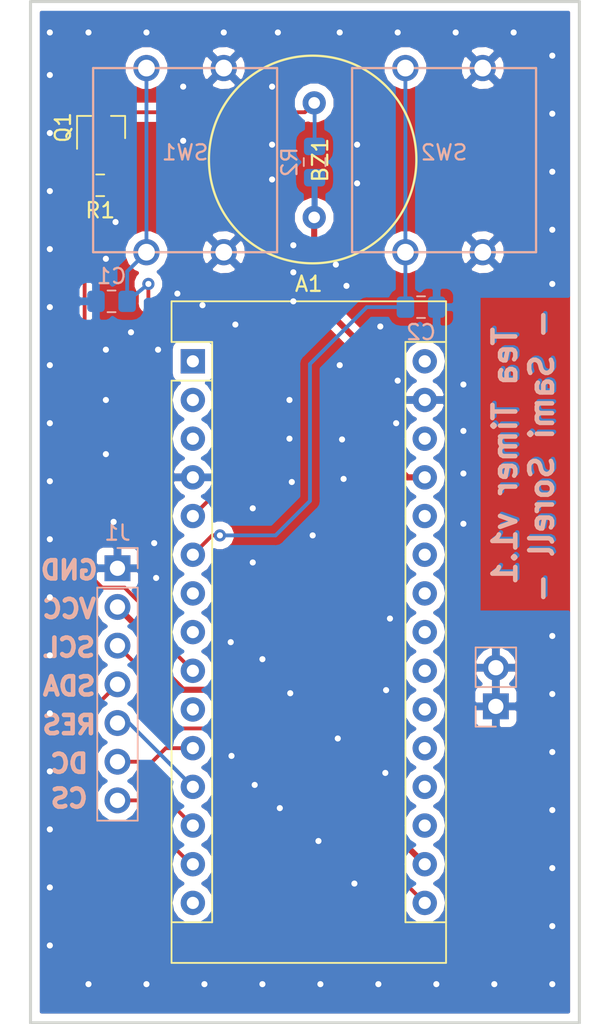
<source format=kicad_pcb>
(kicad_pcb (version 20171130) (host pcbnew "(5.0.1)-4")

  (general
    (thickness 1.6)
    (drawings 14)
    (tracks 169)
    (zones 0)
    (modules 11)
    (nets 31)
  )

  (page A4)
  (layers
    (0 F.Cu signal)
    (31 B.Cu signal)
    (32 B.Adhes user)
    (33 F.Adhes user)
    (34 B.Paste user)
    (35 F.Paste user)
    (36 B.SilkS user)
    (37 F.SilkS user)
    (38 B.Mask user)
    (39 F.Mask user)
    (40 Dwgs.User user)
    (41 Cmts.User user)
    (42 Eco1.User user)
    (43 Eco2.User user)
    (44 Edge.Cuts user)
    (45 Margin user)
    (46 B.CrtYd user)
    (47 F.CrtYd user)
    (48 B.Fab user)
    (49 F.Fab user)
  )

  (setup
    (last_trace_width 0.25)
    (trace_clearance 0.2)
    (zone_clearance 0.508)
    (zone_45_only no)
    (trace_min 0.2)
    (segment_width 0.2)
    (edge_width 0.15)
    (via_size 0.8)
    (via_drill 0.4)
    (via_min_size 0.4)
    (via_min_drill 0.3)
    (uvia_size 0.3)
    (uvia_drill 0.1)
    (uvias_allowed no)
    (uvia_min_size 0.2)
    (uvia_min_drill 0.1)
    (pcb_text_width 0.3)
    (pcb_text_size 1.5 1.5)
    (mod_edge_width 0.15)
    (mod_text_size 1 1)
    (mod_text_width 0.15)
    (pad_size 1.524 1.524)
    (pad_drill 0.762)
    (pad_to_mask_clearance 0.051)
    (solder_mask_min_width 0.25)
    (aux_axis_origin 0 0)
    (visible_elements 7FFFFFFF)
    (pcbplotparams
      (layerselection 0x010fc_ffffffff)
      (usegerberextensions false)
      (usegerberattributes false)
      (usegerberadvancedattributes false)
      (creategerberjobfile false)
      (excludeedgelayer true)
      (linewidth 0.100000)
      (plotframeref false)
      (viasonmask false)
      (mode 1)
      (useauxorigin false)
      (hpglpennumber 1)
      (hpglpenspeed 20)
      (hpglpendiameter 15.000000)
      (psnegative false)
      (psa4output false)
      (plotreference true)
      (plotvalue true)
      (plotinvisibletext false)
      (padsonsilk false)
      (subtractmaskfromsilk false)
      (outputformat 1)
      (mirror false)
      (drillshape 0)
      (scaleselection 1)
      (outputdirectory "./"))
  )

  (net 0 "")
  (net 1 "Net-(A1-Pad1)")
  (net 2 +3V3)
  (net 3 "Net-(A1-Pad2)")
  (net 4 "Net-(A1-Pad18)")
  (net 5 "Net-(A1-Pad3)")
  (net 6 "Net-(A1-Pad19)")
  (net 7 GND)
  (net 8 "Net-(A1-Pad20)")
  (net 9 "Net-(A1-Pad5)")
  (net 10 "Net-(A1-Pad21)")
  (net 11 "Net-(A1-Pad6)")
  (net 12 "Net-(A1-Pad22)")
  (net 13 "Net-(A1-Pad7)")
  (net 14 "Net-(A1-Pad23)")
  (net 15 "Net-(A1-Pad8)")
  (net 16 "Net-(A1-Pad24)")
  (net 17 "Net-(A1-Pad9)")
  (net 18 "Net-(A1-Pad25)")
  (net 19 "Net-(A1-Pad10)")
  (net 20 "Net-(A1-Pad26)")
  (net 21 "Net-(A1-Pad11)")
  (net 22 +5V)
  (net 23 "Net-(A1-Pad12)")
  (net 24 "Net-(A1-Pad28)")
  (net 25 "Net-(A1-Pad13)")
  (net 26 "Net-(A1-Pad14)")
  (net 27 "Net-(A1-Pad30)")
  (net 28 "Net-(A1-Pad15)")
  (net 29 "Net-(A1-Pad16)")
  (net 30 "Net-(BZ1-Pad2)")

  (net_class Default "This is the default net class."
    (clearance 0.2)
    (trace_width 0.25)
    (via_dia 0.8)
    (via_drill 0.4)
    (uvia_dia 0.3)
    (uvia_drill 0.1)
    (add_net "Net-(A1-Pad1)")
    (add_net "Net-(A1-Pad10)")
    (add_net "Net-(A1-Pad11)")
    (add_net "Net-(A1-Pad12)")
    (add_net "Net-(A1-Pad13)")
    (add_net "Net-(A1-Pad14)")
    (add_net "Net-(A1-Pad15)")
    (add_net "Net-(A1-Pad16)")
    (add_net "Net-(A1-Pad18)")
    (add_net "Net-(A1-Pad19)")
    (add_net "Net-(A1-Pad2)")
    (add_net "Net-(A1-Pad20)")
    (add_net "Net-(A1-Pad21)")
    (add_net "Net-(A1-Pad22)")
    (add_net "Net-(A1-Pad23)")
    (add_net "Net-(A1-Pad24)")
    (add_net "Net-(A1-Pad25)")
    (add_net "Net-(A1-Pad26)")
    (add_net "Net-(A1-Pad28)")
    (add_net "Net-(A1-Pad3)")
    (add_net "Net-(A1-Pad30)")
    (add_net "Net-(A1-Pad5)")
    (add_net "Net-(A1-Pad6)")
    (add_net "Net-(A1-Pad7)")
    (add_net "Net-(A1-Pad8)")
    (add_net "Net-(A1-Pad9)")
    (add_net "Net-(BZ1-Pad2)")
  )

  (net_class Voltage ""
    (clearance 0.2)
    (trace_width 0.4)
    (via_dia 0.8)
    (via_drill 0.4)
    (uvia_dia 0.3)
    (uvia_drill 0.1)
    (add_net +3V3)
    (add_net +5V)
    (add_net GND)
  )

  (module "SS_Connectors:Push Button 12x12mm" (layer B.Cu) (tedit 5C6EDBE6) (tstamp 5C875A90)
    (at 147.828 70.358)
    (path /5C6EEE95)
    (fp_text reference SW2 (at 0 -0.5) (layer B.SilkS)
      (effects (font (size 1 1) (thickness 0.15)) (justify mirror))
    )
    (fp_text value SW_Push_Dual (at 0 0.5) (layer B.Fab)
      (effects (font (size 1 1) (thickness 0.15)) (justify mirror))
    )
    (fp_line (start 6.0452 -6.0452) (end 6.0452 6.0452) (layer B.SilkS) (width 0.15))
    (fp_line (start -6.0452 -6.0452) (end 6.0452 -6.0452) (layer B.SilkS) (width 0.15))
    (fp_line (start -6.0452 6.0452) (end -6.0452 -6.0452) (layer B.SilkS) (width 0.15))
    (fp_line (start 6.0452 6.0452) (end -6.0452 6.0452) (layer B.SilkS) (width 0.15))
    (pad 4 thru_hole circle (at 2.54 -6.0452) (size 1.724 1.724) (drill 1.1) (layers *.Cu *.Mask)
      (net 7 GND))
    (pad 3 thru_hole circle (at -2.54 -6.0452) (size 1.724 1.724) (drill 1.1) (layers *.Cu *.Mask)
      (net 11 "Net-(A1-Pad6)"))
    (pad 2 thru_hole circle (at 2.54 6.0452) (size 1.724 1.724) (drill 1.1) (layers *.Cu *.Mask)
      (net 7 GND))
    (pad 1 thru_hole circle (at -2.54 6.0452) (size 1.724 1.724) (drill 1.1) (layers *.Cu *.Mask)
      (net 11 "Net-(A1-Pad6)"))
  )

  (module "SS_Connectors:Push Button 12x12mm" (layer B.Cu) (tedit 5C6EDBE6) (tstamp 5C875CF0)
    (at 130.81 70.358)
    (path /5C6EBFD0)
    (fp_text reference SW1 (at 0 -0.5) (layer B.SilkS)
      (effects (font (size 1 1) (thickness 0.15)) (justify mirror))
    )
    (fp_text value SW_Push_Dual (at 0 0.5) (layer B.Fab)
      (effects (font (size 1 1) (thickness 0.15)) (justify mirror))
    )
    (fp_line (start 6.0452 -6.0452) (end 6.0452 6.0452) (layer B.SilkS) (width 0.15))
    (fp_line (start -6.0452 -6.0452) (end 6.0452 -6.0452) (layer B.SilkS) (width 0.15))
    (fp_line (start -6.0452 6.0452) (end -6.0452 -6.0452) (layer B.SilkS) (width 0.15))
    (fp_line (start 6.0452 6.0452) (end -6.0452 6.0452) (layer B.SilkS) (width 0.15))
    (pad 4 thru_hole circle (at 2.54 -6.0452) (size 1.724 1.724) (drill 1.1) (layers *.Cu *.Mask)
      (net 7 GND))
    (pad 3 thru_hole circle (at -2.54 -6.0452) (size 1.724 1.724) (drill 1.1) (layers *.Cu *.Mask)
      (net 9 "Net-(A1-Pad5)"))
    (pad 2 thru_hole circle (at 2.54 6.0452) (size 1.724 1.724) (drill 1.1) (layers *.Cu *.Mask)
      (net 7 GND))
    (pad 1 thru_hole circle (at -2.54 6.0452) (size 1.724 1.724) (drill 1.1) (layers *.Cu *.Mask)
      (net 9 "Net-(A1-Pad5)"))
  )

  (module Module:Arduino_Nano (layer F.Cu) (tedit 58ACAF70) (tstamp 5CC36A34)
    (at 131.318 83.566)
    (descr "Arduino Nano, http://www.mouser.com/pdfdocs/Gravitech_Arduino_Nano3_0.pdf")
    (tags "Arduino Nano")
    (path /5C6DAA22)
    (fp_text reference A1 (at 7.62 -5.08) (layer F.SilkS)
      (effects (font (size 1 1) (thickness 0.15)))
    )
    (fp_text value Arduino_Nano_v3.x (at 8.89 19.05 90) (layer F.Fab)
      (effects (font (size 1 1) (thickness 0.15)))
    )
    (fp_line (start 16.75 42.16) (end -1.53 42.16) (layer F.CrtYd) (width 0.05))
    (fp_line (start 16.75 42.16) (end 16.75 -4.06) (layer F.CrtYd) (width 0.05))
    (fp_line (start -1.53 -4.06) (end -1.53 42.16) (layer F.CrtYd) (width 0.05))
    (fp_line (start -1.53 -4.06) (end 16.75 -4.06) (layer F.CrtYd) (width 0.05))
    (fp_line (start 16.51 -3.81) (end 16.51 39.37) (layer F.Fab) (width 0.1))
    (fp_line (start 0 -3.81) (end 16.51 -3.81) (layer F.Fab) (width 0.1))
    (fp_line (start -1.27 -2.54) (end 0 -3.81) (layer F.Fab) (width 0.1))
    (fp_line (start -1.27 39.37) (end -1.27 -2.54) (layer F.Fab) (width 0.1))
    (fp_line (start 16.51 39.37) (end -1.27 39.37) (layer F.Fab) (width 0.1))
    (fp_line (start 16.64 -3.94) (end -1.4 -3.94) (layer F.SilkS) (width 0.12))
    (fp_line (start 16.64 39.5) (end 16.64 -3.94) (layer F.SilkS) (width 0.12))
    (fp_line (start -1.4 39.5) (end 16.64 39.5) (layer F.SilkS) (width 0.12))
    (fp_line (start 3.81 41.91) (end 3.81 31.75) (layer F.Fab) (width 0.1))
    (fp_line (start 11.43 41.91) (end 3.81 41.91) (layer F.Fab) (width 0.1))
    (fp_line (start 11.43 31.75) (end 11.43 41.91) (layer F.Fab) (width 0.1))
    (fp_line (start 3.81 31.75) (end 11.43 31.75) (layer F.Fab) (width 0.1))
    (fp_line (start 1.27 36.83) (end -1.4 36.83) (layer F.SilkS) (width 0.12))
    (fp_line (start 1.27 1.27) (end 1.27 36.83) (layer F.SilkS) (width 0.12))
    (fp_line (start 1.27 1.27) (end -1.4 1.27) (layer F.SilkS) (width 0.12))
    (fp_line (start 13.97 36.83) (end 16.64 36.83) (layer F.SilkS) (width 0.12))
    (fp_line (start 13.97 -1.27) (end 13.97 36.83) (layer F.SilkS) (width 0.12))
    (fp_line (start 13.97 -1.27) (end 16.64 -1.27) (layer F.SilkS) (width 0.12))
    (fp_line (start -1.4 -3.94) (end -1.4 -1.27) (layer F.SilkS) (width 0.12))
    (fp_line (start -1.4 1.27) (end -1.4 39.5) (layer F.SilkS) (width 0.12))
    (fp_line (start 1.27 -1.27) (end -1.4 -1.27) (layer F.SilkS) (width 0.12))
    (fp_line (start 1.27 1.27) (end 1.27 -1.27) (layer F.SilkS) (width 0.12))
    (fp_text user %R (at 6.35 19.05 90) (layer F.Fab)
      (effects (font (size 1 1) (thickness 0.15)))
    )
    (pad 16 thru_hole oval (at 15.24 35.56) (size 1.6 1.6) (drill 0.8) (layers *.Cu *.Mask)
      (net 29 "Net-(A1-Pad16)"))
    (pad 15 thru_hole oval (at 0 35.56) (size 1.6 1.6) (drill 0.8) (layers *.Cu *.Mask)
      (net 28 "Net-(A1-Pad15)"))
    (pad 30 thru_hole oval (at 15.24 0) (size 1.6 1.6) (drill 0.8) (layers *.Cu *.Mask)
      (net 27 "Net-(A1-Pad30)"))
    (pad 14 thru_hole oval (at 0 33.02) (size 1.6 1.6) (drill 0.8) (layers *.Cu *.Mask)
      (net 26 "Net-(A1-Pad14)"))
    (pad 29 thru_hole oval (at 15.24 2.54) (size 1.6 1.6) (drill 0.8) (layers *.Cu *.Mask)
      (net 7 GND))
    (pad 13 thru_hole oval (at 0 30.48) (size 1.6 1.6) (drill 0.8) (layers *.Cu *.Mask)
      (net 25 "Net-(A1-Pad13)"))
    (pad 28 thru_hole oval (at 15.24 5.08) (size 1.6 1.6) (drill 0.8) (layers *.Cu *.Mask)
      (net 24 "Net-(A1-Pad28)"))
    (pad 12 thru_hole oval (at 0 27.94) (size 1.6 1.6) (drill 0.8) (layers *.Cu *.Mask)
      (net 23 "Net-(A1-Pad12)"))
    (pad 27 thru_hole oval (at 15.24 7.62) (size 1.6 1.6) (drill 0.8) (layers *.Cu *.Mask)
      (net 22 +5V))
    (pad 11 thru_hole oval (at 0 25.4) (size 1.6 1.6) (drill 0.8) (layers *.Cu *.Mask)
      (net 21 "Net-(A1-Pad11)"))
    (pad 26 thru_hole oval (at 15.24 10.16) (size 1.6 1.6) (drill 0.8) (layers *.Cu *.Mask)
      (net 20 "Net-(A1-Pad26)"))
    (pad 10 thru_hole oval (at 0 22.86) (size 1.6 1.6) (drill 0.8) (layers *.Cu *.Mask)
      (net 19 "Net-(A1-Pad10)"))
    (pad 25 thru_hole oval (at 15.24 12.7) (size 1.6 1.6) (drill 0.8) (layers *.Cu *.Mask)
      (net 18 "Net-(A1-Pad25)"))
    (pad 9 thru_hole oval (at 0 20.32) (size 1.6 1.6) (drill 0.8) (layers *.Cu *.Mask)
      (net 17 "Net-(A1-Pad9)"))
    (pad 24 thru_hole oval (at 15.24 15.24) (size 1.6 1.6) (drill 0.8) (layers *.Cu *.Mask)
      (net 16 "Net-(A1-Pad24)"))
    (pad 8 thru_hole oval (at 0 17.78) (size 1.6 1.6) (drill 0.8) (layers *.Cu *.Mask)
      (net 15 "Net-(A1-Pad8)"))
    (pad 23 thru_hole oval (at 15.24 17.78) (size 1.6 1.6) (drill 0.8) (layers *.Cu *.Mask)
      (net 14 "Net-(A1-Pad23)"))
    (pad 7 thru_hole oval (at 0 15.24) (size 1.6 1.6) (drill 0.8) (layers *.Cu *.Mask)
      (net 13 "Net-(A1-Pad7)"))
    (pad 22 thru_hole oval (at 15.24 20.32) (size 1.6 1.6) (drill 0.8) (layers *.Cu *.Mask)
      (net 12 "Net-(A1-Pad22)"))
    (pad 6 thru_hole oval (at 0 12.7) (size 1.6 1.6) (drill 0.8) (layers *.Cu *.Mask)
      (net 11 "Net-(A1-Pad6)"))
    (pad 21 thru_hole oval (at 15.24 22.86) (size 1.6 1.6) (drill 0.8) (layers *.Cu *.Mask)
      (net 10 "Net-(A1-Pad21)"))
    (pad 5 thru_hole oval (at 0 10.16) (size 1.6 1.6) (drill 0.8) (layers *.Cu *.Mask)
      (net 9 "Net-(A1-Pad5)"))
    (pad 20 thru_hole oval (at 15.24 25.4) (size 1.6 1.6) (drill 0.8) (layers *.Cu *.Mask)
      (net 8 "Net-(A1-Pad20)"))
    (pad 4 thru_hole oval (at 0 7.62) (size 1.6 1.6) (drill 0.8) (layers *.Cu *.Mask)
      (net 7 GND))
    (pad 19 thru_hole oval (at 15.24 27.94) (size 1.6 1.6) (drill 0.8) (layers *.Cu *.Mask)
      (net 6 "Net-(A1-Pad19)"))
    (pad 3 thru_hole oval (at 0 5.08) (size 1.6 1.6) (drill 0.8) (layers *.Cu *.Mask)
      (net 5 "Net-(A1-Pad3)"))
    (pad 18 thru_hole oval (at 15.24 30.48) (size 1.6 1.6) (drill 0.8) (layers *.Cu *.Mask)
      (net 4 "Net-(A1-Pad18)"))
    (pad 2 thru_hole oval (at 0 2.54) (size 1.6 1.6) (drill 0.8) (layers *.Cu *.Mask)
      (net 3 "Net-(A1-Pad2)"))
    (pad 17 thru_hole oval (at 15.24 33.02) (size 1.6 1.6) (drill 0.8) (layers *.Cu *.Mask)
      (net 2 +3V3))
    (pad 1 thru_hole rect (at 0 0) (size 1.6 1.6) (drill 0.8) (layers *.Cu *.Mask)
      (net 1 "Net-(A1-Pad1)"))
    (model ${KISYS3DMOD}/Module.3dshapes/Arduino_Nano_WithMountingHoles.wrl
      (at (xyz 0 0 0))
      (scale (xyz 1 1 1))
      (rotate (xyz 0 0 0))
    )
  )

  (module Package_TO_SOT_SMD:SOT-23 (layer F.Cu) (tedit 5A02FF57) (tstamp 5C99F3D6)
    (at 125.288 68.215 90)
    (descr "SOT-23, Standard")
    (tags SOT-23)
    (path /5C6E893E)
    (attr smd)
    (fp_text reference Q1 (at 0 -2.5 90) (layer F.SilkS)
      (effects (font (size 1 1) (thickness 0.15)))
    )
    (fp_text value 2N7002 (at 0 2.5 90) (layer F.Fab)
      (effects (font (size 1 1) (thickness 0.15)))
    )
    (fp_line (start 0.76 1.58) (end -0.7 1.58) (layer F.SilkS) (width 0.12))
    (fp_line (start 0.76 -1.58) (end -1.4 -1.58) (layer F.SilkS) (width 0.12))
    (fp_line (start -1.7 1.75) (end -1.7 -1.75) (layer F.CrtYd) (width 0.05))
    (fp_line (start 1.7 1.75) (end -1.7 1.75) (layer F.CrtYd) (width 0.05))
    (fp_line (start 1.7 -1.75) (end 1.7 1.75) (layer F.CrtYd) (width 0.05))
    (fp_line (start -1.7 -1.75) (end 1.7 -1.75) (layer F.CrtYd) (width 0.05))
    (fp_line (start 0.76 -1.58) (end 0.76 -0.65) (layer F.SilkS) (width 0.12))
    (fp_line (start 0.76 1.58) (end 0.76 0.65) (layer F.SilkS) (width 0.12))
    (fp_line (start -0.7 1.52) (end 0.7 1.52) (layer F.Fab) (width 0.1))
    (fp_line (start 0.7 -1.52) (end 0.7 1.52) (layer F.Fab) (width 0.1))
    (fp_line (start -0.7 -0.95) (end -0.15 -1.52) (layer F.Fab) (width 0.1))
    (fp_line (start -0.15 -1.52) (end 0.7 -1.52) (layer F.Fab) (width 0.1))
    (fp_line (start -0.7 -0.95) (end -0.7 1.5) (layer F.Fab) (width 0.1))
    (fp_text user %R (at 0 0 180) (layer F.Fab)
      (effects (font (size 0.5 0.5) (thickness 0.075)))
    )
    (pad 3 smd rect (at 1 0 90) (size 0.9 0.8) (layers F.Cu F.Paste F.Mask)
      (net 30 "Net-(BZ1-Pad2)"))
    (pad 2 smd rect (at -1 0.95 90) (size 0.9 0.8) (layers F.Cu F.Paste F.Mask)
      (net 7 GND))
    (pad 1 smd rect (at -1 -0.95 90) (size 0.9 0.8) (layers F.Cu F.Paste F.Mask)
      (net 17 "Net-(A1-Pad9)"))
    (model ${KISYS3DMOD}/Package_TO_SOT_SMD.3dshapes/SOT-23.wrl
      (at (xyz 0 0 0))
      (scale (xyz 1 1 1))
      (rotate (xyz 0 0 0))
    )
  )

  (module Resistor_SMD:R_0805_2012Metric_Pad1.15x1.40mm_HandSolder (layer F.Cu) (tedit 5B36C52B) (tstamp 5C99E859)
    (at 125.231 72.009 180)
    (descr "Resistor SMD 0805 (2012 Metric), square (rectangular) end terminal, IPC_7351 nominal with elongated pad for handsoldering. (Body size source: https://docs.google.com/spreadsheets/d/1BsfQQcO9C6DZCsRaXUlFlo91Tg2WpOkGARC1WS5S8t0/edit?usp=sharing), generated with kicad-footprint-generator")
    (tags "resistor handsolder")
    (path /5C6EA0EF)
    (attr smd)
    (fp_text reference R1 (at 0 -1.65 180) (layer F.SilkS)
      (effects (font (size 1 1) (thickness 0.15)))
    )
    (fp_text value 10k (at 0 1.65 180) (layer F.Fab)
      (effects (font (size 1 1) (thickness 0.15)))
    )
    (fp_text user %R (at 0 0 180) (layer F.Fab)
      (effects (font (size 0.5 0.5) (thickness 0.08)))
    )
    (fp_line (start 1.85 0.95) (end -1.85 0.95) (layer F.CrtYd) (width 0.05))
    (fp_line (start 1.85 -0.95) (end 1.85 0.95) (layer F.CrtYd) (width 0.05))
    (fp_line (start -1.85 -0.95) (end 1.85 -0.95) (layer F.CrtYd) (width 0.05))
    (fp_line (start -1.85 0.95) (end -1.85 -0.95) (layer F.CrtYd) (width 0.05))
    (fp_line (start -0.261252 0.71) (end 0.261252 0.71) (layer F.SilkS) (width 0.12))
    (fp_line (start -0.261252 -0.71) (end 0.261252 -0.71) (layer F.SilkS) (width 0.12))
    (fp_line (start 1 0.6) (end -1 0.6) (layer F.Fab) (width 0.1))
    (fp_line (start 1 -0.6) (end 1 0.6) (layer F.Fab) (width 0.1))
    (fp_line (start -1 -0.6) (end 1 -0.6) (layer F.Fab) (width 0.1))
    (fp_line (start -1 0.6) (end -1 -0.6) (layer F.Fab) (width 0.1))
    (pad 2 smd roundrect (at 1.025 0 180) (size 1.15 1.4) (layers F.Cu F.Paste F.Mask) (roundrect_rratio 0.217391)
      (net 17 "Net-(A1-Pad9)"))
    (pad 1 smd roundrect (at -1.025 0 180) (size 1.15 1.4) (layers F.Cu F.Paste F.Mask) (roundrect_rratio 0.217391)
      (net 7 GND))
    (model ${KISYS3DMOD}/Resistor_SMD.3dshapes/R_0805_2012Metric.wrl
      (at (xyz 0 0 0))
      (scale (xyz 1 1 1))
      (rotate (xyz 0 0 0))
    )
  )

  (module Connector_PinHeader_2.54mm:PinHeader_1x07_P2.54mm_Vertical (layer B.Cu) (tedit 59FED5CC) (tstamp 5CDC6FBA)
    (at 126.365 97.155 180)
    (descr "Through hole straight pin header, 1x07, 2.54mm pitch, single row")
    (tags "Through hole pin header THT 1x07 2.54mm single row")
    (path /5C6DAAB6)
    (fp_text reference J1 (at 0 2.33 180) (layer B.SilkS)
      (effects (font (size 1 1) (thickness 0.15)) (justify mirror))
    )
    (fp_text value Conn_01x07_Female (at 0 -17.57 180) (layer B.Fab)
      (effects (font (size 1 1) (thickness 0.15)) (justify mirror))
    )
    (fp_text user %R (at 0 -7.62 90) (layer B.Fab)
      (effects (font (size 1 1) (thickness 0.15)) (justify mirror))
    )
    (fp_line (start 1.8 1.8) (end -1.8 1.8) (layer B.CrtYd) (width 0.05))
    (fp_line (start 1.8 -17.05) (end 1.8 1.8) (layer B.CrtYd) (width 0.05))
    (fp_line (start -1.8 -17.05) (end 1.8 -17.05) (layer B.CrtYd) (width 0.05))
    (fp_line (start -1.8 1.8) (end -1.8 -17.05) (layer B.CrtYd) (width 0.05))
    (fp_line (start -1.33 1.33) (end 0 1.33) (layer B.SilkS) (width 0.12))
    (fp_line (start -1.33 0) (end -1.33 1.33) (layer B.SilkS) (width 0.12))
    (fp_line (start -1.33 -1.27) (end 1.33 -1.27) (layer B.SilkS) (width 0.12))
    (fp_line (start 1.33 -1.27) (end 1.33 -16.57) (layer B.SilkS) (width 0.12))
    (fp_line (start -1.33 -1.27) (end -1.33 -16.57) (layer B.SilkS) (width 0.12))
    (fp_line (start -1.33 -16.57) (end 1.33 -16.57) (layer B.SilkS) (width 0.12))
    (fp_line (start -1.27 0.635) (end -0.635 1.27) (layer B.Fab) (width 0.1))
    (fp_line (start -1.27 -16.51) (end -1.27 0.635) (layer B.Fab) (width 0.1))
    (fp_line (start 1.27 -16.51) (end -1.27 -16.51) (layer B.Fab) (width 0.1))
    (fp_line (start 1.27 1.27) (end 1.27 -16.51) (layer B.Fab) (width 0.1))
    (fp_line (start -0.635 1.27) (end 1.27 1.27) (layer B.Fab) (width 0.1))
    (pad 7 thru_hole oval (at 0 -15.24 180) (size 1.7 1.7) (drill 1) (layers *.Cu *.Mask)
      (net 25 "Net-(A1-Pad13)"))
    (pad 6 thru_hole oval (at 0 -12.7 180) (size 1.7 1.7) (drill 1) (layers *.Cu *.Mask)
      (net 21 "Net-(A1-Pad11)"))
    (pad 5 thru_hole oval (at 0 -10.16 180) (size 1.7 1.7) (drill 1) (layers *.Cu *.Mask)
      (net 23 "Net-(A1-Pad12)"))
    (pad 4 thru_hole oval (at 0 -7.62 180) (size 1.7 1.7) (drill 1) (layers *.Cu *.Mask)
      (net 26 "Net-(A1-Pad14)"))
    (pad 3 thru_hole oval (at 0 -5.08 180) (size 1.7 1.7) (drill 1) (layers *.Cu *.Mask)
      (net 29 "Net-(A1-Pad16)"))
    (pad 2 thru_hole oval (at 0 -2.54 180) (size 1.7 1.7) (drill 1) (layers *.Cu *.Mask)
      (net 2 +3V3))
    (pad 1 thru_hole rect (at 0 0 180) (size 1.7 1.7) (drill 1) (layers *.Cu *.Mask)
      (net 7 GND))
    (model ${KISYS3DMOD}/Connector_PinHeader_2.54mm.3dshapes/PinHeader_1x07_P2.54mm_Vertical.wrl
      (at (xyz 0 0 0))
      (scale (xyz 1 1 1))
      (rotate (xyz 0 0 0))
    )
  )

  (module "SS_Connectors:Round Piezo 1" (layer F.Cu) (tedit 5C6EBF2F) (tstamp 5C7B3760)
    (at 139.192 70.358 90)
    (path /5C6E8171)
    (fp_text reference BZ1 (at 0 0.5 90) (layer F.SilkS)
      (effects (font (size 1 1) (thickness 0.15)))
    )
    (fp_text value Buzzer (at 0 -0.5 90) (layer F.Fab)
      (effects (font (size 1 1) (thickness 0.15)))
    )
    (fp_circle (center 0.041519 0) (end -6.765681 0.3556) (layer F.SilkS) (width 0.15))
    (pad 2 thru_hole circle (at 3.7592 0.1016 90) (size 1.524 1.524) (drill 0.762) (layers *.Cu *.Mask)
      (net 30 "Net-(BZ1-Pad2)"))
    (pad 1 thru_hole circle (at -3.7592 0.1016 90) (size 1.524 1.524) (drill 0.762) (layers *.Cu *.Mask)
      (net 22 +5V))
  )

  (module Capacitor_SMD:C_0805_2012Metric_Pad1.15x1.40mm_HandSolder (layer B.Cu) (tedit 5B36C52B) (tstamp 5C7B3771)
    (at 125.975 79.629 180)
    (descr "Capacitor SMD 0805 (2012 Metric), square (rectangular) end terminal, IPC_7351 nominal with elongated pad for handsoldering. (Body size source: https://docs.google.com/spreadsheets/d/1BsfQQcO9C6DZCsRaXUlFlo91Tg2WpOkGARC1WS5S8t0/edit?usp=sharing), generated with kicad-footprint-generator")
    (tags "capacitor handsolder")
    (path /5C9A3DB7)
    (attr smd)
    (fp_text reference C1 (at 0 1.65 180) (layer B.SilkS)
      (effects (font (size 1 1) (thickness 0.15)) (justify mirror))
    )
    (fp_text value 1nF (at 0 -1.65 180) (layer B.Fab)
      (effects (font (size 1 1) (thickness 0.15)) (justify mirror))
    )
    (fp_text user %R (at 0 0 180) (layer B.Fab)
      (effects (font (size 0.5 0.5) (thickness 0.08)) (justify mirror))
    )
    (fp_line (start 1.85 -0.95) (end -1.85 -0.95) (layer B.CrtYd) (width 0.05))
    (fp_line (start 1.85 0.95) (end 1.85 -0.95) (layer B.CrtYd) (width 0.05))
    (fp_line (start -1.85 0.95) (end 1.85 0.95) (layer B.CrtYd) (width 0.05))
    (fp_line (start -1.85 -0.95) (end -1.85 0.95) (layer B.CrtYd) (width 0.05))
    (fp_line (start -0.261252 -0.71) (end 0.261252 -0.71) (layer B.SilkS) (width 0.12))
    (fp_line (start -0.261252 0.71) (end 0.261252 0.71) (layer B.SilkS) (width 0.12))
    (fp_line (start 1 -0.6) (end -1 -0.6) (layer B.Fab) (width 0.1))
    (fp_line (start 1 0.6) (end 1 -0.6) (layer B.Fab) (width 0.1))
    (fp_line (start -1 0.6) (end 1 0.6) (layer B.Fab) (width 0.1))
    (fp_line (start -1 -0.6) (end -1 0.6) (layer B.Fab) (width 0.1))
    (pad 2 smd roundrect (at 1.025 0 180) (size 1.15 1.4) (layers B.Cu B.Paste B.Mask) (roundrect_rratio 0.217391)
      (net 7 GND))
    (pad 1 smd roundrect (at -1.025 0 180) (size 1.15 1.4) (layers B.Cu B.Paste B.Mask) (roundrect_rratio 0.217391)
      (net 9 "Net-(A1-Pad5)"))
    (model ${KISYS3DMOD}/Capacitor_SMD.3dshapes/C_0805_2012Metric.wrl
      (at (xyz 0 0 0))
      (scale (xyz 1 1 1))
      (rotate (xyz 0 0 0))
    )
  )

  (module Capacitor_SMD:C_0805_2012Metric_Pad1.15x1.40mm_HandSolder (layer B.Cu) (tedit 5B36C52B) (tstamp 5C875E07)
    (at 146.313 80.01)
    (descr "Capacitor SMD 0805 (2012 Metric), square (rectangular) end terminal, IPC_7351 nominal with elongated pad for handsoldering. (Body size source: https://docs.google.com/spreadsheets/d/1BsfQQcO9C6DZCsRaXUlFlo91Tg2WpOkGARC1WS5S8t0/edit?usp=sharing), generated with kicad-footprint-generator")
    (tags "capacitor handsolder")
    (path /5C6E88E7)
    (attr smd)
    (fp_text reference C2 (at 0 1.65) (layer B.SilkS)
      (effects (font (size 1 1) (thickness 0.15)) (justify mirror))
    )
    (fp_text value 1nF (at 0 -1.65) (layer B.Fab)
      (effects (font (size 1 1) (thickness 0.15)) (justify mirror))
    )
    (fp_text user %R (at 0 0) (layer B.Fab)
      (effects (font (size 0.5 0.5) (thickness 0.08)) (justify mirror))
    )
    (fp_line (start 1.85 -0.95) (end -1.85 -0.95) (layer B.CrtYd) (width 0.05))
    (fp_line (start 1.85 0.95) (end 1.85 -0.95) (layer B.CrtYd) (width 0.05))
    (fp_line (start -1.85 0.95) (end 1.85 0.95) (layer B.CrtYd) (width 0.05))
    (fp_line (start -1.85 -0.95) (end -1.85 0.95) (layer B.CrtYd) (width 0.05))
    (fp_line (start -0.261252 -0.71) (end 0.261252 -0.71) (layer B.SilkS) (width 0.12))
    (fp_line (start -0.261252 0.71) (end 0.261252 0.71) (layer B.SilkS) (width 0.12))
    (fp_line (start 1 -0.6) (end -1 -0.6) (layer B.Fab) (width 0.1))
    (fp_line (start 1 0.6) (end 1 -0.6) (layer B.Fab) (width 0.1))
    (fp_line (start -1 0.6) (end 1 0.6) (layer B.Fab) (width 0.1))
    (fp_line (start -1 -0.6) (end -1 0.6) (layer B.Fab) (width 0.1))
    (pad 2 smd roundrect (at 1.025 0) (size 1.15 1.4) (layers B.Cu B.Paste B.Mask) (roundrect_rratio 0.217391)
      (net 7 GND))
    (pad 1 smd roundrect (at -1.025 0) (size 1.15 1.4) (layers B.Cu B.Paste B.Mask) (roundrect_rratio 0.217391)
      (net 11 "Net-(A1-Pad6)"))
    (model ${KISYS3DMOD}/Capacitor_SMD.3dshapes/C_0805_2012Metric.wrl
      (at (xyz 0 0 0))
      (scale (xyz 1 1 1))
      (rotate (xyz 0 0 0))
    )
  )

  (module Connector_PinHeader_2.54mm:PinHeader_1x02_P2.54mm_Vertical (layer B.Cu) (tedit 59FED5CC) (tstamp 5C99E403)
    (at 151.2316 106.2228)
    (descr "Through hole straight pin header, 1x02, 2.54mm pitch, single row")
    (tags "Through hole pin header THT 1x02 2.54mm single row")
    (path /5C6F23C0)
    (fp_text reference J2 (at 0 2.33) (layer B.SilkS) hide
      (effects (font (size 1 1) (thickness 0.15)) (justify mirror))
    )
    (fp_text value Conn_01x02_Female (at 0 -4.87) (layer B.Fab)
      (effects (font (size 1 1) (thickness 0.15)) (justify mirror))
    )
    (fp_text user %R (at 0 -1.27 -90) (layer B.Fab)
      (effects (font (size 1 1) (thickness 0.15)) (justify mirror))
    )
    (fp_line (start 1.8 1.8) (end -1.8 1.8) (layer B.CrtYd) (width 0.05))
    (fp_line (start 1.8 -4.35) (end 1.8 1.8) (layer B.CrtYd) (width 0.05))
    (fp_line (start -1.8 -4.35) (end 1.8 -4.35) (layer B.CrtYd) (width 0.05))
    (fp_line (start -1.8 1.8) (end -1.8 -4.35) (layer B.CrtYd) (width 0.05))
    (fp_line (start -1.33 1.33) (end 0 1.33) (layer B.SilkS) (width 0.12))
    (fp_line (start -1.33 0) (end -1.33 1.33) (layer B.SilkS) (width 0.12))
    (fp_line (start -1.33 -1.27) (end 1.33 -1.27) (layer B.SilkS) (width 0.12))
    (fp_line (start 1.33 -1.27) (end 1.33 -3.87) (layer B.SilkS) (width 0.12))
    (fp_line (start -1.33 -1.27) (end -1.33 -3.87) (layer B.SilkS) (width 0.12))
    (fp_line (start -1.33 -3.87) (end 1.33 -3.87) (layer B.SilkS) (width 0.12))
    (fp_line (start -1.27 0.635) (end -0.635 1.27) (layer B.Fab) (width 0.1))
    (fp_line (start -1.27 -3.81) (end -1.27 0.635) (layer B.Fab) (width 0.1))
    (fp_line (start 1.27 -3.81) (end -1.27 -3.81) (layer B.Fab) (width 0.1))
    (fp_line (start 1.27 1.27) (end 1.27 -3.81) (layer B.Fab) (width 0.1))
    (fp_line (start -0.635 1.27) (end 1.27 1.27) (layer B.Fab) (width 0.1))
    (pad 2 thru_hole oval (at 0 -2.54) (size 1.7 1.7) (drill 1) (layers *.Cu *.Mask)
      (net 7 GND))
    (pad 1 thru_hole rect (at 0 0) (size 1.7 1.7) (drill 1) (layers *.Cu *.Mask)
      (net 7 GND))
    (model ${KISYS3DMOD}/Connector_PinHeader_2.54mm.3dshapes/PinHeader_1x02_P2.54mm_Vertical.wrl
      (at (xyz 0 0 0))
      (scale (xyz 1 1 1))
      (rotate (xyz 0 0 0))
    )
  )

  (module Resistor_SMD:R_0805_2012Metric_Pad1.15x1.40mm_HandSolder (layer B.Cu) (tedit 5B36C52B) (tstamp 5C96624D)
    (at 139.319 70.485 270)
    (descr "Resistor SMD 0805 (2012 Metric), square (rectangular) end terminal, IPC_7351 nominal with elongated pad for handsoldering. (Body size source: https://docs.google.com/spreadsheets/d/1BsfQQcO9C6DZCsRaXUlFlo91Tg2WpOkGARC1WS5S8t0/edit?usp=sharing), generated with kicad-footprint-generator")
    (tags "resistor handsolder")
    (path /5C9AE1BE)
    (attr smd)
    (fp_text reference R2 (at 0 1.65 270) (layer B.SilkS)
      (effects (font (size 1 1) (thickness 0.15)) (justify mirror))
    )
    (fp_text value 1k (at 0 -1.65 270) (layer B.Fab)
      (effects (font (size 1 1) (thickness 0.15)) (justify mirror))
    )
    (fp_line (start -1 -0.6) (end -1 0.6) (layer B.Fab) (width 0.1))
    (fp_line (start -1 0.6) (end 1 0.6) (layer B.Fab) (width 0.1))
    (fp_line (start 1 0.6) (end 1 -0.6) (layer B.Fab) (width 0.1))
    (fp_line (start 1 -0.6) (end -1 -0.6) (layer B.Fab) (width 0.1))
    (fp_line (start -0.261252 0.71) (end 0.261252 0.71) (layer B.SilkS) (width 0.12))
    (fp_line (start -0.261252 -0.71) (end 0.261252 -0.71) (layer B.SilkS) (width 0.12))
    (fp_line (start -1.85 -0.95) (end -1.85 0.95) (layer B.CrtYd) (width 0.05))
    (fp_line (start -1.85 0.95) (end 1.85 0.95) (layer B.CrtYd) (width 0.05))
    (fp_line (start 1.85 0.95) (end 1.85 -0.95) (layer B.CrtYd) (width 0.05))
    (fp_line (start 1.85 -0.95) (end -1.85 -0.95) (layer B.CrtYd) (width 0.05))
    (fp_text user %R (at 0 0 270) (layer B.Fab)
      (effects (font (size 0.5 0.5) (thickness 0.08)) (justify mirror))
    )
    (pad 1 smd roundrect (at -1.025 0 270) (size 1.15 1.4) (layers B.Cu B.Paste B.Mask) (roundrect_rratio 0.217391)
      (net 30 "Net-(BZ1-Pad2)"))
    (pad 2 smd roundrect (at 1.025 0 270) (size 1.15 1.4) (layers B.Cu B.Paste B.Mask) (roundrect_rratio 0.217391)
      (net 22 +5V))
    (model ${KISYS3DMOD}/Resistor_SMD.3dshapes/R_0805_2012Metric.wrl
      (at (xyz 0 0 0))
      (scale (xyz 1 1 1))
      (rotate (xyz 0 0 0))
    )
  )

  (gr_text VCC (at 123.19 99.822) (layer B.SilkS) (tstamp 5C99FE67)
    (effects (font (size 1.2 1.2) (thickness 0.3)) (justify mirror))
  )
  (gr_text CS (at 123.19 112.268) (layer B.SilkS) (tstamp 5C99FE5F)
    (effects (font (size 1.2 1.2) (thickness 0.3)) (justify mirror))
  )
  (gr_text DC (at 123.19 109.982) (layer B.SilkS) (tstamp 5C99FE5D)
    (effects (font (size 1.2 1.2) (thickness 0.3)) (justify mirror))
  )
  (gr_text RES (at 123.19 107.442) (layer B.SilkS) (tstamp 5C99FE5B)
    (effects (font (size 1.2 1.2) (thickness 0.3)) (justify mirror))
  )
  (gr_text SDA (at 123.19 104.902) (layer B.SilkS) (tstamp 5C99FE59)
    (effects (font (size 1.2 1.2) (thickness 0.3)) (justify mirror))
  )
  (gr_text SCL (at 123.19 102.362) (layer B.SilkS) (tstamp 5C99FE54)
    (effects (font (size 1.2 1.2) (thickness 0.3)) (justify mirror))
  )
  (gr_text GND (at 123.19 97.282) (layer B.SilkS)
    (effects (font (size 1.2 1.2) (thickness 0.3)) (justify mirror))
  )
  (gr_text "Tea Timer v1.1\n- Sami Sorell -" (at 153.035 89.789 90) (layer B.SilkS) (tstamp 5C9A217E)
    (effects (font (size 1.5 1.5) (thickness 0.3)) (justify mirror))
  )
  (gr_text "Tea Timer v1.1\n- Sami Sorell -" (at 153.162 89.662 90) (layer B.Mask) (tstamp 5C99FCB0)
    (effects (font (size 1.5 1.5) (thickness 0.3)) (justify mirror))
  )
  (gr_text "Tea Timer v1.1\n- Sami Sorell -" (at 153.162 89.662 90) (layer B.Cu) (tstamp 5C9A1714)
    (effects (font (size 1.5 1.5) (thickness 0.3)) (justify mirror))
  )
  (gr_line (start 120.65 127) (end 120.65 59.944) (layer Edge.Cuts) (width 0.2))
  (gr_line (start 156.718 127) (end 120.65 127) (layer Edge.Cuts) (width 0.2))
  (gr_line (start 156.718 59.944) (end 156.718 127) (layer Edge.Cuts) (width 0.2))
  (gr_line (start 120.65 59.944) (end 156.718 59.944) (layer Edge.Cuts) (width 0.2))

  (segment (start 128.27 101.6) (end 126.365 99.695) (width 0.4) (layer F.Cu) (net 2))
  (segment (start 128.27 102.743) (end 128.27 101.6) (width 0.4) (layer F.Cu) (net 2))
  (segment (start 130.6576 105.1306) (end 128.27 102.743) (width 0.4) (layer F.Cu) (net 2))
  (segment (start 146.558 116.586) (end 135.1026 105.1306) (width 0.4) (layer F.Cu) (net 2))
  (segment (start 135.1026 105.1306) (end 130.6576 105.1306) (width 0.4) (layer F.Cu) (net 2))
  (via (at 144.6784 87.63) (size 0.8) (drill 0.4) (layers F.Cu B.Cu) (net 7))
  (via (at 141.4145 78.613) (size 0.8) (drill 0.4) (layers F.Cu B.Cu) (net 7))
  (via (at 140.716 77.216) (size 0.8) (drill 0.4) (layers F.Cu B.Cu) (net 7))
  (via (at 154.94 63.5) (size 0.8) (drill 0.4) (layers F.Cu B.Cu) (net 7))
  (via (at 154.94 67.31) (size 0.8) (drill 0.4) (layers F.Cu B.Cu) (net 7))
  (via (at 154.94 71.12) (size 0.8) (drill 0.4) (layers F.Cu B.Cu) (net 7))
  (via (at 154.94 74.93) (size 0.8) (drill 0.4) (layers F.Cu B.Cu) (net 7))
  (via (at 154.94 78.486) (size 0.8) (drill 0.4) (layers F.Cu B.Cu) (net 7))
  (via (at 154.94 101.6) (size 0.8) (drill 0.4) (layers F.Cu B.Cu) (net 7))
  (via (at 154.94 105.41) (size 0.8) (drill 0.4) (layers F.Cu B.Cu) (net 7))
  (via (at 154.94 109.22) (size 0.8) (drill 0.4) (layers F.Cu B.Cu) (net 7))
  (via (at 154.94 113.03) (size 0.8) (drill 0.4) (layers F.Cu B.Cu) (net 7))
  (via (at 154.94 116.84) (size 0.8) (drill 0.4) (layers F.Cu B.Cu) (net 7))
  (via (at 154.94 120.65) (size 0.8) (drill 0.4) (layers F.Cu B.Cu) (net 7))
  (via (at 154.94 124.46) (size 0.8) (drill 0.4) (layers F.Cu B.Cu) (net 7))
  (via (at 151.13 124.46) (size 0.8) (drill 0.4) (layers F.Cu B.Cu) (net 7))
  (via (at 147.32 124.46) (size 0.8) (drill 0.4) (layers F.Cu B.Cu) (net 7))
  (via (at 143.51 124.46) (size 0.8) (drill 0.4) (layers F.Cu B.Cu) (net 7))
  (via (at 139.7 124.46) (size 0.8) (drill 0.4) (layers F.Cu B.Cu) (net 7))
  (via (at 135.89 124.46) (size 0.8) (drill 0.4) (layers F.Cu B.Cu) (net 7))
  (via (at 132.08 124.46) (size 0.8) (drill 0.4) (layers F.Cu B.Cu) (net 7))
  (via (at 128.27 124.46) (size 0.8) (drill 0.4) (layers F.Cu B.Cu) (net 7))
  (via (at 124.46 124.46) (size 0.8) (drill 0.4) (layers F.Cu B.Cu) (net 7))
  (via (at 152.4 61.976) (size 0.8) (drill 0.4) (layers F.Cu B.Cu) (net 7))
  (via (at 148.59 61.976) (size 0.8) (drill 0.4) (layers F.Cu B.Cu) (net 7))
  (via (at 144.78 61.976) (size 0.8) (drill 0.4) (layers F.Cu B.Cu) (net 7))
  (via (at 140.97 61.976) (size 0.8) (drill 0.4) (layers F.Cu B.Cu) (net 7))
  (via (at 136.906 61.976) (size 0.8) (drill 0.4) (layers F.Cu B.Cu) (net 7))
  (via (at 133.35 61.976) (size 0.8) (drill 0.4) (layers F.Cu B.Cu) (net 7))
  (via (at 128.27 61.976) (size 0.8) (drill 0.4) (layers F.Cu B.Cu) (net 7))
  (via (at 124.46 61.976) (size 0.8) (drill 0.4) (layers F.Cu B.Cu) (net 7) (tstamp 5C99F1F3))
  (via (at 121.92 61.976) (size 0.8) (drill 0.4) (layers F.Cu B.Cu) (net 7))
  (via (at 121.92 64.77) (size 0.8) (drill 0.4) (layers F.Cu B.Cu) (net 7))
  (via (at 121.92 68.58) (size 0.8) (drill 0.4) (layers F.Cu B.Cu) (net 7))
  (via (at 121.92 72.39) (size 0.8) (drill 0.4) (layers F.Cu B.Cu) (net 7))
  (via (at 121.92 76.2) (size 0.8) (drill 0.4) (layers F.Cu B.Cu) (net 7))
  (via (at 121.92 80.01) (size 0.8) (drill 0.4) (layers F.Cu B.Cu) (net 7))
  (via (at 121.92 83.82) (size 0.8) (drill 0.4) (layers F.Cu B.Cu) (net 7))
  (via (at 121.92 87.63) (size 0.8) (drill 0.4) (layers F.Cu B.Cu) (net 7))
  (via (at 121.92 91.44) (size 0.8) (drill 0.4) (layers F.Cu B.Cu) (net 7))
  (via (at 121.92 95.25) (size 0.8) (drill 0.4) (layers F.Cu B.Cu) (net 7))
  (via (at 121.92 99.06) (size 0.8) (drill 0.4) (layers F.Cu B.Cu) (net 7))
  (via (at 121.92 102.87) (size 0.8) (drill 0.4) (layers F.Cu B.Cu) (net 7))
  (via (at 121.92 106.68) (size 0.8) (drill 0.4) (layers F.Cu B.Cu) (net 7))
  (via (at 121.92 110.49) (size 0.8) (drill 0.4) (layers F.Cu B.Cu) (net 7))
  (via (at 121.92 114.3) (size 0.8) (drill 0.4) (layers F.Cu B.Cu) (net 7))
  (via (at 121.92 118.11) (size 0.8) (drill 0.4) (layers F.Cu B.Cu) (net 7))
  (via (at 121.92 121.92) (size 0.8) (drill 0.4) (layers F.Cu B.Cu) (net 7))
  (via (at 133.858 109.474) (size 0.8) (drill 0.4) (layers F.Cu B.Cu) (net 7))
  (via (at 137.033 112.903) (size 0.8) (drill 0.4) (layers F.Cu B.Cu) (net 7))
  (via (at 141.9352 117.856) (size 0.8) (drill 0.4) (layers F.Cu B.Cu) (net 7))
  (via (at 139.573 115.062) (size 0.8) (drill 0.4) (layers F.Cu B.Cu) (net 7))
  (via (at 135.382 111.379) (size 0.8) (drill 0.4) (layers F.Cu B.Cu) (net 7))
  (via (at 143.9672 110.5916) (size 0.8) (drill 0.4) (layers F.Cu B.Cu) (net 7))
  (via (at 140.843 108.331) (size 0.8) (drill 0.4) (layers F.Cu B.Cu) (net 7))
  (via (at 133.8072 102.0064) (size 0.8) (drill 0.4) (layers F.Cu B.Cu) (net 7))
  (via (at 141.224 91.2876) (size 0.8) (drill 0.4) (layers F.Cu B.Cu) (net 7))
  (via (at 141.1224 88.6968) (size 0.8) (drill 0.4) (layers F.Cu B.Cu) (net 7))
  (via (at 144.272 100.457) (size 0.8) (drill 0.4) (layers F.Cu B.Cu) (net 7))
  (via (at 144.018 105.156) (size 0.8) (drill 0.4) (layers F.Cu B.Cu) (net 7))
  (via (at 137.7188 105.3592) (size 0.8) (drill 0.4) (layers F.Cu B.Cu) (net 7))
  (via (at 135.255 93.218) (size 0.8) (drill 0.4) (layers F.Cu B.Cu) (net 7))
  (via (at 137.668 86.106) (size 0.8) (drill 0.4) (layers F.Cu B.Cu) (net 7))
  (via (at 137.8204 91.4908) (size 0.8) (drill 0.4) (layers F.Cu B.Cu) (net 7))
  (via (at 137.668 88.646) (size 0.8) (drill 0.4) (layers F.Cu B.Cu) (net 7))
  (via (at 137.922 75.946) (size 0.8) (drill 0.4) (layers F.Cu B.Cu) (net 7))
  (via (at 137.922 77.724) (size 0.8) (drill 0.4) (layers F.Cu B.Cu) (net 7))
  (via (at 137.922 79.629) (size 0.8) (drill 0.4) (layers F.Cu B.Cu) (net 7))
  (via (at 135.89 103.124) (size 0.8) (drill 0.4) (layers F.Cu B.Cu) (net 7))
  (via (at 139.192 94.996) (size 0.8) (drill 0.4) (layers F.Cu B.Cu) (net 7))
  (via (at 149.098 85.09) (size 0.8) (drill 0.4) (layers F.Cu B.Cu) (net 7))
  (via (at 149.098 88.138) (size 0.8) (drill 0.4) (layers F.Cu B.Cu) (net 7))
  (via (at 149.098 90.932) (size 0.8) (drill 0.4) (layers F.Cu B.Cu) (net 7))
  (via (at 149.098 94.234) (size 0.8) (drill 0.4) (layers F.Cu B.Cu) (net 7))
  (via (at 128.905 97.79) (size 0.8) (drill 0.4) (layers F.Cu B.Cu) (net 7))
  (via (at 128.778 95.504) (size 0.8) (drill 0.4) (layers F.Cu B.Cu) (net 7))
  (via (at 126.111 94.107) (size 0.8) (drill 0.4) (layers F.Cu B.Cu) (net 7))
  (via (at 125.603 82.804) (size 0.8) (drill 0.4) (layers F.Cu B.Cu) (net 7))
  (via (at 125.603 86.106) (size 0.8) (drill 0.4) (layers F.Cu B.Cu) (net 7))
  (via (at 125.603 89.662) (size 0.8) (drill 0.4) (layers F.Cu B.Cu) (net 7))
  (via (at 142.113 69.342) (size 0.8) (drill 0.4) (layers F.Cu B.Cu) (net 7))
  (via (at 142.113 71.882) (size 0.8) (drill 0.4) (layers F.Cu B.Cu) (net 7))
  (via (at 136.525 69.342) (size 0.8) (drill 0.4) (layers F.Cu B.Cu) (net 7))
  (via (at 136.525 71.628) (size 0.8) (drill 0.4) (layers F.Cu B.Cu) (net 7))
  (via (at 130.683 69.088) (size 0.8) (drill 0.4) (layers F.Cu B.Cu) (net 7))
  (via (at 130.683 65.532) (size 0.8) (drill 0.4) (layers F.Cu B.Cu) (net 7))
  (via (at 136.525 65.532) (size 0.8) (drill 0.4) (layers F.Cu B.Cu) (net 7))
  (via (at 126.238 74.422) (size 0.8) (drill 0.4) (layers F.Cu B.Cu) (net 7))
  (via (at 125.603 76.835) (size 0.8) (drill 0.4) (layers F.Cu B.Cu) (net 7))
  (via (at 135.255 96.774) (size 0.8) (drill 0.4) (layers F.Cu B.Cu) (net 7))
  (via (at 140.97 83.82) (size 0.8) (drill 0.4) (layers F.Cu B.Cu) (net 7))
  (via (at 143.637 81.28) (size 0.8) (drill 0.4) (layers F.Cu B.Cu) (net 7))
  (via (at 144.78 84.836) (size 0.8) (drill 0.4) (layers F.Cu B.Cu) (net 7))
  (via (at 129.032 82.804) (size 0.8) (drill 0.4) (layers F.Cu B.Cu) (net 7))
  (via (at 127.254 81.661) (size 0.8) (drill 0.4) (layers F.Cu B.Cu) (net 7))
  (via (at 130.302 79.121) (size 0.8) (drill 0.4) (layers F.Cu B.Cu) (net 7))
  (via (at 131.953 79.883) (size 0.8) (drill 0.4) (layers F.Cu B.Cu) (net 7))
  (via (at 134.112 81.153) (size 0.8) (drill 0.4) (layers F.Cu B.Cu) (net 7))
  (segment (start 128.27 65.39043) (end 128.27 76.4032) (width 0.25) (layer B.Cu) (net 9))
  (segment (start 128.27 64.3128) (end 128.27 65.39043) (width 0.25) (layer B.Cu) (net 9))
  (segment (start 127 77.6732) (end 127 79.629) (width 0.25) (layer B.Cu) (net 9))
  (segment (start 128.27 76.4032) (end 127 77.6732) (width 0.25) (layer B.Cu) (net 9))
  (segment (start 127 79.629) (end 128.397 78.486) (width 0.25) (layer B.Cu) (net 9))
  (segment (start 128.143 78.486) (end 128.397 78.486) (width 0.25) (layer B.Cu) (net 9))
  (segment (start 128.397 78.486) (end 128.143 78.486) (width 0.25) (layer B.Cu) (net 9) (tstamp 5C966B73))
  (via (at 128.397 78.486) (size 0.8) (drill 0.4) (layers F.Cu B.Cu) (net 9))
  (segment (start 133.096 82.677) (end 131.953 81.534) (width 0.25) (layer F.Cu) (net 9) (tstamp 5C966EC2))
  (segment (start 131.318 93.726) (end 133.096 91.948) (width 0.25) (layer F.Cu) (net 9))
  (segment (start 133.096 91.948) (end 133.096 82.677) (width 0.25) (layer F.Cu) (net 9))
  (segment (start 131.953 81.534) (end 130.175 81.534) (width 0.25) (layer F.Cu) (net 9))
  (segment (start 128.397 79.756) (end 128.397 78.486) (width 0.25) (layer F.Cu) (net 9))
  (segment (start 130.175 81.534) (end 128.397 79.756) (width 0.25) (layer F.Cu) (net 9))
  (segment (start 145.288 75.32557) (end 145.288 64.3128) (width 0.25) (layer B.Cu) (net 11))
  (segment (start 145.288 76.4032) (end 145.288 75.32557) (width 0.25) (layer B.Cu) (net 11))
  (segment (start 139.0142 92.5576) (end 139.0142 92.5576) (width 0.25) (layer B.Cu) (net 11) (tstamp 5C8D079C))
  (via (at 133.096 94.996) (size 0.8) (drill 0.4) (layers F.Cu B.Cu) (net 11))
  (segment (start 145.288 76.4032) (end 145.288 77.48083) (width 0.25) (layer B.Cu) (net 11))
  (segment (start 145.288 77.48083) (end 145.288 80.01) (width 0.25) (layer B.Cu) (net 11))
  (segment (start 132.588 94.996) (end 133.096 94.996) (width 0.25) (layer F.Cu) (net 11))
  (segment (start 131.318 96.266) (end 132.588 94.996) (width 0.25) (layer F.Cu) (net 11))
  (segment (start 142.748 80.01) (end 145.288 80.01) (width 0.25) (layer B.Cu) (net 11))
  (segment (start 139.0142 83.7438) (end 142.748 80.01) (width 0.25) (layer B.Cu) (net 11))
  (segment (start 139.0142 92.7354) (end 139.0142 83.7438) (width 0.25) (layer B.Cu) (net 11))
  (segment (start 133.096 94.996) (end 136.7536 94.996) (width 0.25) (layer B.Cu) (net 11))
  (segment (start 136.7536 94.996) (end 139.0142 92.7354) (width 0.25) (layer B.Cu) (net 11))
  (segment (start 124.338 71.877) (end 124.206 72.009) (width 0.25) (layer F.Cu) (net 17))
  (segment (start 124.338 69.215) (end 124.338 71.877) (width 0.25) (layer F.Cu) (net 17))
  (segment (start 129.159 101.727) (end 131.318 103.886) (width 0.25) (layer F.Cu) (net 17))
  (segment (start 129.159 100.749998) (end 129.159 101.727) (width 0.25) (layer F.Cu) (net 17))
  (segment (start 126.834002 98.425) (end 129.159 100.749998) (width 0.25) (layer F.Cu) (net 17))
  (segment (start 125.349998 98.425) (end 126.834002 98.425) (width 0.25) (layer F.Cu) (net 17))
  (segment (start 124.206 72.009) (end 124.206 97.281002) (width 0.25) (layer F.Cu) (net 17))
  (segment (start 124.206 97.281002) (end 125.349998 98.425) (width 0.25) (layer F.Cu) (net 17))
  (segment (start 126.365 109.855) (end 128.651 109.855) (width 0.25) (layer F.Cu) (net 21))
  (segment (start 129.54 108.966) (end 131.318 108.966) (width 0.25) (layer F.Cu) (net 21))
  (segment (start 128.651 109.855) (end 129.54 108.966) (width 0.25) (layer F.Cu) (net 21))
  (segment (start 146.576 91.168) (end 146.558 91.186) (width 0.4) (layer F.Cu) (net 22))
  (segment (start 145.42663 91.186) (end 143.1798 88.93917) (width 0.4) (layer F.Cu) (net 22))
  (segment (start 146.558 91.186) (end 145.42663 91.186) (width 0.4) (layer F.Cu) (net 22))
  (segment (start 143.1798 88.93917) (end 143.1798 83.2612) (width 0.4) (layer F.Cu) (net 22))
  (segment (start 139.2936 79.375) (end 139.2936 74.1172) (width 0.4) (layer F.Cu) (net 22))
  (segment (start 143.1798 83.2612) (end 139.2936 79.375) (width 0.4) (layer F.Cu) (net 22))
  (segment (start 139.319 74.0918) (end 139.2936 74.1172) (width 0.4) (layer B.Cu) (net 22))
  (segment (start 139.319 71.51) (end 139.319 74.0918) (width 0.4) (layer B.Cu) (net 22))
  (segment (start 127.127 107.315) (end 126.365 107.315) (width 0.25) (layer B.Cu) (net 23))
  (segment (start 131.318 111.506) (end 127.127 107.315) (width 0.25) (layer B.Cu) (net 23))
  (segment (start 129.667 112.395) (end 126.365 112.395) (width 0.25) (layer F.Cu) (net 25))
  (segment (start 131.318 114.046) (end 129.667 112.395) (width 0.25) (layer F.Cu) (net 25))
  (segment (start 124.46 106.68) (end 126.365 104.775) (width 0.25) (layer F.Cu) (net 26))
  (segment (start 124.46 113.665) (end 124.46 106.68) (width 0.25) (layer F.Cu) (net 26))
  (segment (start 125.222 114.427) (end 124.46 113.665) (width 0.25) (layer F.Cu) (net 26))
  (segment (start 129.032 114.427) (end 125.222 114.427) (width 0.25) (layer F.Cu) (net 26))
  (segment (start 131.318 116.586) (end 131.191 116.586) (width 0.25) (layer F.Cu) (net 26))
  (segment (start 131.191 116.586) (end 129.032 114.427) (width 0.25) (layer F.Cu) (net 26))
  (segment (start 127.214999 103.084999) (end 126.365 102.235) (width 0.25) (layer F.Cu) (net 29))
  (segment (start 128.016 103.886) (end 127.214999 103.084999) (width 0.25) (layer F.Cu) (net 29))
  (segment (start 128.016 105.3846) (end 128.016 103.886) (width 0.25) (layer F.Cu) (net 29))
  (segment (start 130.302 107.6706) (end 128.016 105.3846) (width 0.25) (layer F.Cu) (net 29))
  (segment (start 146.558 119.126) (end 135.1026 107.6706) (width 0.25) (layer F.Cu) (net 29))
  (segment (start 135.1026 107.6706) (end 130.302 107.6706) (width 0.25) (layer F.Cu) (net 29))
  (segment (start 138.6774 67.215) (end 139.2936 66.5988) (width 0.25) (layer F.Cu) (net 30))
  (segment (start 125.288 67.215) (end 138.6774 67.215) (width 0.25) (layer F.Cu) (net 30))
  (segment (start 139.319 66.6242) (end 139.2936 66.5988) (width 0.25) (layer B.Cu) (net 30))
  (segment (start 139.319 69.46) (end 139.319 66.6242) (width 0.25) (layer B.Cu) (net 30))

  (zone (net 7) (net_name GND) (layer F.Cu) (tstamp 5C6EED0F) (hatch edge 0.508)
    (connect_pads (clearance 0.508))
    (min_thickness 0.254)
    (fill yes (arc_segments 16) (thermal_gap 0.508) (thermal_bridge_width 0.508))
    (polygon
      (pts
        (xy 120.65 59.944) (xy 156.718 59.944) (xy 156.718 127) (xy 120.65 127)
      )
    )
    (filled_polygon
      (pts
        (xy 155.983001 126.265) (xy 121.385 126.265) (xy 121.385 71.558999) (xy 122.98356 71.558999) (xy 122.98356 72.459001)
        (xy 123.051873 72.802436) (xy 123.246414 73.093586) (xy 123.446 73.226946) (xy 123.446001 97.20615) (xy 123.431112 97.281002)
        (xy 123.490097 97.577539) (xy 123.578001 97.709096) (xy 123.658072 97.828931) (xy 123.721527 97.871331) (xy 124.759671 98.909475)
        (xy 124.802069 98.972929) (xy 124.865522 99.015327) (xy 124.865524 99.015329) (xy 124.98141 99.092761) (xy 124.966161 99.115582)
        (xy 124.850908 99.695) (xy 124.966161 100.274418) (xy 125.294375 100.765625) (xy 125.592761 100.965) (xy 125.294375 101.164375)
        (xy 124.966161 101.655582) (xy 124.850908 102.235) (xy 124.966161 102.814418) (xy 125.294375 103.305625) (xy 125.592761 103.505)
        (xy 125.294375 103.704375) (xy 124.966161 104.195582) (xy 124.850908 104.775) (xy 124.923791 105.141408) (xy 123.975528 106.089671)
        (xy 123.912072 106.132071) (xy 123.869672 106.195527) (xy 123.869671 106.195528) (xy 123.744097 106.383463) (xy 123.685112 106.68)
        (xy 123.700001 106.754852) (xy 123.7 113.590153) (xy 123.685112 113.665) (xy 123.7 113.739847) (xy 123.7 113.739851)
        (xy 123.744096 113.961536) (xy 123.912071 114.212929) (xy 123.97553 114.255331) (xy 124.63167 114.911472) (xy 124.674071 114.974929)
        (xy 124.737527 115.017329) (xy 124.925462 115.142904) (xy 124.966164 115.151) (xy 125.147148 115.187) (xy 125.147152 115.187)
        (xy 125.222 115.201888) (xy 125.296848 115.187) (xy 128.717199 115.187) (xy 129.898241 116.368043) (xy 129.854887 116.586)
        (xy 129.96626 117.145909) (xy 130.283423 117.620577) (xy 130.635758 117.856) (xy 130.283423 118.091423) (xy 129.96626 118.566091)
        (xy 129.854887 119.126) (xy 129.96626 119.685909) (xy 130.283423 120.160577) (xy 130.758091 120.47774) (xy 131.176667 120.561)
        (xy 131.459333 120.561) (xy 131.877909 120.47774) (xy 132.352577 120.160577) (xy 132.66974 119.685909) (xy 132.781113 119.126)
        (xy 132.66974 118.566091) (xy 132.352577 118.091423) (xy 132.000242 117.856) (xy 132.352577 117.620577) (xy 132.66974 117.145909)
        (xy 132.781113 116.586) (xy 132.66974 116.026091) (xy 132.352577 115.551423) (xy 132.000242 115.316) (xy 132.352577 115.080577)
        (xy 132.66974 114.605909) (xy 132.781113 114.046) (xy 132.66974 113.486091) (xy 132.352577 113.011423) (xy 132.000242 112.776)
        (xy 132.352577 112.540577) (xy 132.66974 112.065909) (xy 132.781113 111.506) (xy 132.66974 110.946091) (xy 132.352577 110.471423)
        (xy 132.000242 110.236) (xy 132.352577 110.000577) (xy 132.66974 109.525909) (xy 132.781113 108.966) (xy 132.674615 108.4306)
        (xy 134.787799 108.4306) (xy 145.159312 118.802114) (xy 145.094887 119.126) (xy 145.20626 119.685909) (xy 145.523423 120.160577)
        (xy 145.998091 120.47774) (xy 146.416667 120.561) (xy 146.699333 120.561) (xy 147.117909 120.47774) (xy 147.592577 120.160577)
        (xy 147.90974 119.685909) (xy 148.021113 119.126) (xy 147.90974 118.566091) (xy 147.592577 118.091423) (xy 147.240242 117.856)
        (xy 147.592577 117.620577) (xy 147.90974 117.145909) (xy 148.021113 116.586) (xy 147.90974 116.026091) (xy 147.592577 115.551423)
        (xy 147.240242 115.316) (xy 147.592577 115.080577) (xy 147.90974 114.605909) (xy 148.021113 114.046) (xy 147.90974 113.486091)
        (xy 147.592577 113.011423) (xy 147.240242 112.776) (xy 147.592577 112.540577) (xy 147.90974 112.065909) (xy 148.021113 111.506)
        (xy 147.90974 110.946091) (xy 147.592577 110.471423) (xy 147.240242 110.236) (xy 147.592577 110.000577) (xy 147.90974 109.525909)
        (xy 148.021113 108.966) (xy 147.90974 108.406091) (xy 147.592577 107.931423) (xy 147.240242 107.696) (xy 147.592577 107.460577)
        (xy 147.90974 106.985909) (xy 148.004692 106.50855) (xy 149.7466 106.50855) (xy 149.7466 107.19911) (xy 149.843273 107.432499)
        (xy 150.021902 107.611127) (xy 150.255291 107.7078) (xy 150.94585 107.7078) (xy 151.1046 107.54905) (xy 151.1046 106.3498)
        (xy 151.3586 106.3498) (xy 151.3586 107.54905) (xy 151.51735 107.7078) (xy 152.207909 107.7078) (xy 152.441298 107.611127)
        (xy 152.619927 107.432499) (xy 152.7166 107.19911) (xy 152.7166 106.50855) (xy 152.55785 106.3498) (xy 151.3586 106.3498)
        (xy 151.1046 106.3498) (xy 149.90535 106.3498) (xy 149.7466 106.50855) (xy 148.004692 106.50855) (xy 148.021113 106.426)
        (xy 147.90974 105.866091) (xy 147.592577 105.391423) (xy 147.37567 105.24649) (xy 149.7466 105.24649) (xy 149.7466 105.93705)
        (xy 149.90535 106.0958) (xy 151.1046 106.0958) (xy 151.1046 103.8098) (xy 151.3586 103.8098) (xy 151.3586 106.0958)
        (xy 152.55785 106.0958) (xy 152.7166 105.93705) (xy 152.7166 105.24649) (xy 152.619927 105.013101) (xy 152.441298 104.834473)
        (xy 152.231722 104.747664) (xy 152.503245 104.449724) (xy 152.673076 104.03969) (xy 152.551755 103.8098) (xy 151.3586 103.8098)
        (xy 151.1046 103.8098) (xy 149.911445 103.8098) (xy 149.790124 104.03969) (xy 149.959955 104.449724) (xy 150.231478 104.747664)
        (xy 150.021902 104.834473) (xy 149.843273 105.013101) (xy 149.7466 105.24649) (xy 147.37567 105.24649) (xy 147.240242 105.156)
        (xy 147.592577 104.920577) (xy 147.90974 104.445909) (xy 148.021113 103.886) (xy 147.90974 103.326091) (xy 147.90962 103.32591)
        (xy 149.790124 103.32591) (xy 149.911445 103.5558) (xy 151.1046 103.5558) (xy 151.1046 102.361981) (xy 151.3586 102.361981)
        (xy 151.3586 103.5558) (xy 152.551755 103.5558) (xy 152.673076 103.32591) (xy 152.503245 102.915876) (xy 152.112958 102.487617)
        (xy 151.588492 102.241314) (xy 151.3586 102.361981) (xy 151.1046 102.361981) (xy 150.874708 102.241314) (xy 150.350242 102.487617)
        (xy 149.959955 102.915876) (xy 149.790124 103.32591) (xy 147.90962 103.32591) (xy 147.592577 102.851423) (xy 147.240242 102.616)
        (xy 147.592577 102.380577) (xy 147.90974 101.905909) (xy 148.021113 101.346) (xy 147.90974 100.786091) (xy 147.592577 100.311423)
        (xy 147.240242 100.076) (xy 147.592577 99.840577) (xy 147.90974 99.365909) (xy 148.021113 98.806) (xy 147.90974 98.246091)
        (xy 147.592577 97.771423) (xy 147.240242 97.536) (xy 147.592577 97.300577) (xy 147.90974 96.825909) (xy 148.021113 96.266)
        (xy 147.90974 95.706091) (xy 147.592577 95.231423) (xy 147.240242 94.996) (xy 147.592577 94.760577) (xy 147.90974 94.285909)
        (xy 148.021113 93.726) (xy 147.90974 93.166091) (xy 147.592577 92.691423) (xy 147.240242 92.456) (xy 147.592577 92.220577)
        (xy 147.90974 91.745909) (xy 148.021113 91.186) (xy 147.90974 90.626091) (xy 147.592577 90.151423) (xy 147.240242 89.916)
        (xy 147.592577 89.680577) (xy 147.90974 89.205909) (xy 148.021113 88.646) (xy 147.90974 88.086091) (xy 147.592577 87.611423)
        (xy 147.208892 87.355053) (xy 147.413134 87.258389) (xy 147.789041 86.843423) (xy 147.949904 86.455039) (xy 147.827915 86.233)
        (xy 146.685 86.233) (xy 146.685 86.253) (xy 146.431 86.253) (xy 146.431 86.233) (xy 145.288085 86.233)
        (xy 145.166096 86.455039) (xy 145.326959 86.843423) (xy 145.702866 87.258389) (xy 145.907108 87.355053) (xy 145.523423 87.611423)
        (xy 145.20626 88.086091) (xy 145.195935 88.138) (xy 144.0148 88.138) (xy 144.0148 83.566) (xy 145.094887 83.566)
        (xy 145.20626 84.125909) (xy 145.523423 84.600577) (xy 145.907108 84.856947) (xy 145.702866 84.953611) (xy 145.326959 85.368577)
        (xy 145.166096 85.756961) (xy 145.288085 85.979) (xy 146.431 85.979) (xy 146.431 85.959) (xy 146.685 85.959)
        (xy 146.685 85.979) (xy 147.827915 85.979) (xy 147.949904 85.756961) (xy 147.789041 85.368577) (xy 147.413134 84.953611)
        (xy 147.208892 84.856947) (xy 147.592577 84.600577) (xy 147.90974 84.125909) (xy 148.021113 83.566) (xy 147.90974 83.006091)
        (xy 147.592577 82.531423) (xy 147.117909 82.21426) (xy 146.699333 82.131) (xy 146.416667 82.131) (xy 145.998091 82.21426)
        (xy 145.523423 82.531423) (xy 145.20626 83.006091) (xy 145.094887 83.566) (xy 144.0148 83.566) (xy 144.0148 83.343437)
        (xy 144.031158 83.2612) (xy 144.0148 83.178963) (xy 143.966352 82.935399) (xy 143.781801 82.659199) (xy 143.712083 82.612615)
        (xy 140.1286 79.029133) (xy 140.1286 76.105428) (xy 143.791 76.105428) (xy 143.791 76.700972) (xy 144.018905 77.251182)
        (xy 144.440018 77.672295) (xy 144.990228 77.9002) (xy 145.585772 77.9002) (xy 146.135982 77.672295) (xy 146.35243 77.455847)
        (xy 149.494958 77.455847) (xy 149.576704 77.708392) (xy 150.136413 77.911856) (xy 150.731379 77.885642) (xy 151.159296 77.708392)
        (xy 151.241042 77.455847) (xy 150.368 76.582805) (xy 149.494958 77.455847) (xy 146.35243 77.455847) (xy 146.557095 77.251182)
        (xy 146.785 76.700972) (xy 146.785 76.171613) (xy 148.859344 76.171613) (xy 148.885558 76.766579) (xy 149.062808 77.194496)
        (xy 149.315353 77.276242) (xy 150.188395 76.4032) (xy 150.547605 76.4032) (xy 151.420647 77.276242) (xy 151.673192 77.194496)
        (xy 151.876656 76.634787) (xy 151.850442 76.039821) (xy 151.673192 75.611904) (xy 151.420647 75.530158) (xy 150.547605 76.4032)
        (xy 150.188395 76.4032) (xy 149.315353 75.530158) (xy 149.062808 75.611904) (xy 148.859344 76.171613) (xy 146.785 76.171613)
        (xy 146.785 76.105428) (xy 146.557095 75.555218) (xy 146.35243 75.350553) (xy 149.494958 75.350553) (xy 150.368 76.223595)
        (xy 151.241042 75.350553) (xy 151.159296 75.098008) (xy 150.599587 74.894544) (xy 150.004621 74.920758) (xy 149.576704 75.098008)
        (xy 149.494958 75.350553) (xy 146.35243 75.350553) (xy 146.135982 75.134105) (xy 145.585772 74.9062) (xy 144.990228 74.9062)
        (xy 144.440018 75.134105) (xy 144.018905 75.555218) (xy 143.791 76.105428) (xy 140.1286 76.105428) (xy 140.1286 75.257857)
        (xy 140.47792 74.908537) (xy 140.6906 74.395081) (xy 140.6906 73.839319) (xy 140.47792 73.325863) (xy 140.084937 72.93288)
        (xy 139.571481 72.7202) (xy 139.015719 72.7202) (xy 138.502263 72.93288) (xy 138.10928 73.325863) (xy 137.8966 73.839319)
        (xy 137.8966 74.395081) (xy 138.10928 74.908537) (xy 138.458601 75.257858) (xy 138.4586 79.292767) (xy 138.442243 79.375)
        (xy 138.4586 79.457233) (xy 138.4586 79.457236) (xy 138.507048 79.7008) (xy 138.691599 79.977001) (xy 138.76132 80.023587)
        (xy 142.344801 83.607069) (xy 142.3448 88.856937) (xy 142.328443 88.93917) (xy 142.3448 89.021403) (xy 142.3448 89.021406)
        (xy 142.393248 89.26497) (xy 142.577799 89.541171) (xy 142.64752 89.587757) (xy 144.778047 91.718285) (xy 144.824629 91.788001)
        (xy 145.100829 91.972552) (xy 145.344393 92.021) (xy 145.344396 92.021) (xy 145.397071 92.031478) (xy 145.523423 92.220577)
        (xy 145.875758 92.456) (xy 145.523423 92.691423) (xy 145.20626 93.166091) (xy 145.094887 93.726) (xy 145.20626 94.285909)
        (xy 145.523423 94.760577) (xy 145.875758 94.996) (xy 145.523423 95.231423) (xy 145.20626 95.706091) (xy 145.094887 96.266)
        (xy 145.20626 96.825909) (xy 145.523423 97.300577) (xy 145.875758 97.536) (xy 145.523423 97.771423) (xy 145.20626 98.246091)
        (xy 145.094887 98.806) (xy 145.20626 99.365909) (xy 145.523423 99.840577) (xy 145.875758 100.076) (xy 145.523423 100.311423)
        (xy 145.20626 100.786091) (xy 145.094887 101.346) (xy 145.20626 101.905909) (xy 145.523423 102.380577) (xy 145.875758 102.616)
        (xy 145.523423 102.851423) (xy 145.20626 103.326091) (xy 145.094887 103.886) (xy 145.20626 104.445909) (xy 145.523423 104.920577)
        (xy 145.875758 105.156) (xy 145.523423 105.391423) (xy 145.20626 105.866091) (xy 145.094887 106.426) (xy 145.20626 106.985909)
        (xy 145.523423 107.460577) (xy 145.875758 107.696) (xy 145.523423 107.931423) (xy 145.20626 108.406091) (xy 145.094887 108.966)
        (xy 145.20626 109.525909) (xy 145.523423 110.000577) (xy 145.875758 110.236) (xy 145.523423 110.471423) (xy 145.20626 110.946091)
        (xy 145.094887 111.506) (xy 145.20626 112.065909) (xy 145.523423 112.540577) (xy 145.875758 112.776) (xy 145.523423 113.011423)
        (xy 145.20626 113.486091) (xy 145.112139 113.959271) (xy 135.751187 104.59832) (xy 135.704601 104.528599) (xy 135.428401 104.344048)
        (xy 135.184837 104.2956) (xy 135.184833 104.2956) (xy 135.1026 104.279243) (xy 135.020367 104.2956) (xy 132.699638 104.2956)
        (xy 132.781113 103.886) (xy 132.66974 103.326091) (xy 132.352577 102.851423) (xy 132.000242 102.616) (xy 132.352577 102.380577)
        (xy 132.66974 101.905909) (xy 132.781113 101.346) (xy 132.66974 100.786091) (xy 132.352577 100.311423) (xy 132.000242 100.076)
        (xy 132.352577 99.840577) (xy 132.66974 99.365909) (xy 132.781113 98.806) (xy 132.66974 98.246091) (xy 132.352577 97.771423)
        (xy 132.000242 97.536) (xy 132.352577 97.300577) (xy 132.66974 96.825909) (xy 132.781113 96.266) (xy 132.720383 95.96069)
        (xy 132.890126 96.031) (xy 133.301874 96.031) (xy 133.68228 95.873431) (xy 133.973431 95.58228) (xy 134.131 95.201874)
        (xy 134.131 94.790126) (xy 133.973431 94.40972) (xy 133.68228 94.118569) (xy 133.301874 93.961) (xy 132.890126 93.961)
        (xy 132.720383 94.03131) (xy 132.781113 93.726) (xy 132.716688 93.402114) (xy 133.580473 92.538329) (xy 133.643929 92.495929)
        (xy 133.749194 92.338389) (xy 133.811904 92.244538) (xy 133.82148 92.196395) (xy 133.856 92.022852) (xy 133.856 92.022848)
        (xy 133.870888 91.948) (xy 133.856 91.873152) (xy 133.856 82.751846) (xy 133.870888 82.676999) (xy 133.856 82.602152)
        (xy 133.856 82.602148) (xy 133.811904 82.380463) (xy 133.643929 82.129071) (xy 133.580473 82.086671) (xy 132.543331 81.04953)
        (xy 132.500929 80.986071) (xy 132.249537 80.818096) (xy 132.027852 80.774) (xy 132.027847 80.774) (xy 131.953 80.759112)
        (xy 131.878153 80.774) (xy 130.489802 80.774) (xy 129.157 79.441199) (xy 129.157 79.189711) (xy 129.274431 79.07228)
        (xy 129.432 78.691874) (xy 129.432 78.280126) (xy 129.274431 77.89972) (xy 129.067794 77.693083) (xy 129.117982 77.672295)
        (xy 129.33443 77.455847) (xy 132.476958 77.455847) (xy 132.558704 77.708392) (xy 133.118413 77.911856) (xy 133.713379 77.885642)
        (xy 134.141296 77.708392) (xy 134.223042 77.455847) (xy 133.35 76.582805) (xy 132.476958 77.455847) (xy 129.33443 77.455847)
        (xy 129.539095 77.251182) (xy 129.767 76.700972) (xy 129.767 76.171613) (xy 131.841344 76.171613) (xy 131.867558 76.766579)
        (xy 132.044808 77.194496) (xy 132.297353 77.276242) (xy 133.170395 76.4032) (xy 133.529605 76.4032) (xy 134.402647 77.276242)
        (xy 134.655192 77.194496) (xy 134.858656 76.634787) (xy 134.832442 76.039821) (xy 134.655192 75.611904) (xy 134.402647 75.530158)
        (xy 133.529605 76.4032) (xy 133.170395 76.4032) (xy 132.297353 75.530158) (xy 132.044808 75.611904) (xy 131.841344 76.171613)
        (xy 129.767 76.171613) (xy 129.767 76.105428) (xy 129.539095 75.555218) (xy 129.33443 75.350553) (xy 132.476958 75.350553)
        (xy 133.35 76.223595) (xy 134.223042 75.350553) (xy 134.141296 75.098008) (xy 133.581587 74.894544) (xy 132.986621 74.920758)
        (xy 132.558704 75.098008) (xy 132.476958 75.350553) (xy 129.33443 75.350553) (xy 129.117982 75.134105) (xy 128.567772 74.9062)
        (xy 127.972228 74.9062) (xy 127.422018 75.134105) (xy 127.000905 75.555218) (xy 126.773 76.105428) (xy 126.773 76.700972)
        (xy 127.000905 77.251182) (xy 127.422018 77.672295) (xy 127.651811 77.767478) (xy 127.519569 77.89972) (xy 127.362 78.280126)
        (xy 127.362 78.691874) (xy 127.519569 79.07228) (xy 127.637 79.189711) (xy 127.637 79.681153) (xy 127.622112 79.756)
        (xy 127.637 79.830847) (xy 127.637 79.830851) (xy 127.681096 80.052536) (xy 127.849071 80.303929) (xy 127.91253 80.346331)
        (xy 129.58467 82.018472) (xy 129.627071 82.081929) (xy 129.690527 82.124329) (xy 129.878462 82.249904) (xy 129.926605 82.25948)
        (xy 130.085723 82.291131) (xy 130.060191 82.308191) (xy 129.919843 82.518235) (xy 129.87056 82.766) (xy 129.87056 84.366)
        (xy 129.919843 84.613765) (xy 130.060191 84.823809) (xy 130.270235 84.964157) (xy 130.404106 84.990785) (xy 130.283423 85.071423)
        (xy 129.96626 85.546091) (xy 129.854887 86.106) (xy 129.96626 86.665909) (xy 130.283423 87.140577) (xy 130.635758 87.376)
        (xy 130.283423 87.611423) (xy 129.96626 88.086091) (xy 129.854887 88.646) (xy 129.96626 89.205909) (xy 130.283423 89.680577)
        (xy 130.667108 89.936947) (xy 130.462866 90.033611) (xy 130.086959 90.448577) (xy 129.926096 90.836961) (xy 130.048085 91.059)
        (xy 131.191 91.059) (xy 131.191 91.039) (xy 131.445 91.039) (xy 131.445 91.059) (xy 131.465 91.059)
        (xy 131.465 91.313) (xy 131.445 91.313) (xy 131.445 91.333) (xy 131.191 91.333) (xy 131.191 91.313)
        (xy 130.048085 91.313) (xy 129.926096 91.535039) (xy 130.086959 91.923423) (xy 130.462866 92.338389) (xy 130.667108 92.435053)
        (xy 130.283423 92.691423) (xy 129.96626 93.166091) (xy 129.854887 93.726) (xy 129.96626 94.285909) (xy 130.283423 94.760577)
        (xy 130.635758 94.996) (xy 130.283423 95.231423) (xy 129.96626 95.706091) (xy 129.854887 96.266) (xy 129.96626 96.825909)
        (xy 130.283423 97.300577) (xy 130.635758 97.536) (xy 130.283423 97.771423) (xy 129.96626 98.246091) (xy 129.854887 98.806)
        (xy 129.867424 98.869026) (xy 128.620111 99.136307) (xy 127.781203 98.2974) (xy 127.85 98.13131) (xy 127.85 97.44075)
        (xy 127.69125 97.282) (xy 126.492 97.282) (xy 126.492 97.302) (xy 126.238 97.302) (xy 126.238 97.282)
        (xy 126.218 97.282) (xy 126.218 97.028) (xy 126.238 97.028) (xy 126.238 95.82875) (xy 126.492 95.82875)
        (xy 126.492 97.028) (xy 127.69125 97.028) (xy 127.85 96.86925) (xy 127.85 96.17869) (xy 127.753327 95.945301)
        (xy 127.574698 95.766673) (xy 127.341309 95.67) (xy 126.65075 95.67) (xy 126.492 95.82875) (xy 126.238 95.82875)
        (xy 126.07925 95.67) (xy 125.388691 95.67) (xy 125.155302 95.766673) (xy 124.976673 95.945301) (xy 124.966 95.971068)
        (xy 124.966 73.226946) (xy 125.165586 73.093586) (xy 125.166377 73.092403) (xy 125.321302 73.247327) (xy 125.554691 73.344)
        (xy 125.97025 73.344) (xy 126.129 73.18525) (xy 126.129 72.136) (xy 126.383 72.136) (xy 126.383 73.18525)
        (xy 126.54175 73.344) (xy 126.957309 73.344) (xy 127.190698 73.247327) (xy 127.369327 73.068699) (xy 127.466 72.83531)
        (xy 127.466 72.29475) (xy 127.30725 72.136) (xy 126.383 72.136) (xy 126.129 72.136) (xy 126.109 72.136)
        (xy 126.109 71.882) (xy 126.129 71.882) (xy 126.129 70.83275) (xy 126.383 70.83275) (xy 126.383 71.882)
        (xy 127.30725 71.882) (xy 127.466 71.72325) (xy 127.466 71.18269) (xy 127.369327 70.949301) (xy 127.190698 70.770673)
        (xy 126.957309 70.674) (xy 126.54175 70.674) (xy 126.383 70.83275) (xy 126.129 70.83275) (xy 125.97025 70.674)
        (xy 125.554691 70.674) (xy 125.321302 70.770673) (xy 125.166377 70.925597) (xy 125.165586 70.924414) (xy 125.098 70.879254)
        (xy 125.098 70.188163) (xy 125.195809 70.122809) (xy 125.285013 69.989306) (xy 125.299673 70.024698) (xy 125.478301 70.203327)
        (xy 125.71169 70.3) (xy 125.95225 70.3) (xy 126.111 70.14125) (xy 126.111 69.342) (xy 126.365 69.342)
        (xy 126.365 70.14125) (xy 126.52375 70.3) (xy 126.76431 70.3) (xy 126.997699 70.203327) (xy 127.176327 70.024698)
        (xy 127.273 69.791309) (xy 127.273 69.50075) (xy 127.11425 69.342) (xy 126.365 69.342) (xy 126.111 69.342)
        (xy 126.091 69.342) (xy 126.091 69.088) (xy 126.111 69.088) (xy 126.111 68.28875) (xy 126.365 68.28875)
        (xy 126.365 69.088) (xy 127.11425 69.088) (xy 127.273 68.92925) (xy 127.273 68.638691) (xy 127.176327 68.405302)
        (xy 126.997699 68.226673) (xy 126.76431 68.13) (xy 126.52375 68.13) (xy 126.365 68.28875) (xy 126.111 68.28875)
        (xy 126.025469 68.203219) (xy 126.145809 68.122809) (xy 126.244573 67.975) (xy 138.602553 67.975) (xy 138.6774 67.989888)
        (xy 138.752247 67.975) (xy 138.752252 67.975) (xy 138.896319 67.946343) (xy 139.015719 67.9958) (xy 139.571481 67.9958)
        (xy 140.084937 67.78312) (xy 140.47792 67.390137) (xy 140.6906 66.876681) (xy 140.6906 66.320919) (xy 140.47792 65.807463)
        (xy 140.084937 65.41448) (xy 139.571481 65.2018) (xy 139.015719 65.2018) (xy 138.502263 65.41448) (xy 138.10928 65.807463)
        (xy 137.8966 66.320919) (xy 137.8966 66.455) (xy 126.244573 66.455) (xy 126.145809 66.307191) (xy 125.935765 66.166843)
        (xy 125.688 66.11756) (xy 124.888 66.11756) (xy 124.640235 66.166843) (xy 124.430191 66.307191) (xy 124.289843 66.517235)
        (xy 124.24056 66.765) (xy 124.24056 67.665) (xy 124.289843 67.912765) (xy 124.426684 68.11756) (xy 123.938 68.11756)
        (xy 123.690235 68.166843) (xy 123.480191 68.307191) (xy 123.339843 68.517235) (xy 123.29056 68.765) (xy 123.29056 69.665)
        (xy 123.339843 69.912765) (xy 123.480191 70.122809) (xy 123.578 70.188164) (xy 123.578001 70.72183) (xy 123.537564 70.729873)
        (xy 123.246414 70.924414) (xy 123.051873 71.215564) (xy 122.98356 71.558999) (xy 121.385 71.558999) (xy 121.385 64.015028)
        (xy 126.773 64.015028) (xy 126.773 64.610572) (xy 127.000905 65.160782) (xy 127.422018 65.581895) (xy 127.972228 65.8098)
        (xy 128.567772 65.8098) (xy 129.117982 65.581895) (xy 129.33443 65.365447) (xy 132.476958 65.365447) (xy 132.558704 65.617992)
        (xy 133.118413 65.821456) (xy 133.713379 65.795242) (xy 134.141296 65.617992) (xy 134.223042 65.365447) (xy 133.35 64.492405)
        (xy 132.476958 65.365447) (xy 129.33443 65.365447) (xy 129.539095 65.160782) (xy 129.767 64.610572) (xy 129.767 64.081213)
        (xy 131.841344 64.081213) (xy 131.867558 64.676179) (xy 132.044808 65.104096) (xy 132.297353 65.185842) (xy 133.170395 64.3128)
        (xy 133.529605 64.3128) (xy 134.402647 65.185842) (xy 134.655192 65.104096) (xy 134.858656 64.544387) (xy 134.835333 64.015028)
        (xy 143.791 64.015028) (xy 143.791 64.610572) (xy 144.018905 65.160782) (xy 144.440018 65.581895) (xy 144.990228 65.8098)
        (xy 145.585772 65.8098) (xy 146.135982 65.581895) (xy 146.35243 65.365447) (xy 149.494958 65.365447) (xy 149.576704 65.617992)
        (xy 150.136413 65.821456) (xy 150.731379 65.795242) (xy 151.159296 65.617992) (xy 151.241042 65.365447) (xy 150.368 64.492405)
        (xy 149.494958 65.365447) (xy 146.35243 65.365447) (xy 146.557095 65.160782) (xy 146.785 64.610572) (xy 146.785 64.081213)
        (xy 148.859344 64.081213) (xy 148.885558 64.676179) (xy 149.062808 65.104096) (xy 149.315353 65.185842) (xy 150.188395 64.3128)
        (xy 150.547605 64.3128) (xy 151.420647 65.185842) (xy 151.673192 65.104096) (xy 151.876656 64.544387) (xy 151.850442 63.949421)
        (xy 151.673192 63.521504) (xy 151.420647 63.439758) (xy 150.547605 64.3128) (xy 150.188395 64.3128) (xy 149.315353 63.439758)
        (xy 149.062808 63.521504) (xy 148.859344 64.081213) (xy 146.785 64.081213) (xy 146.785 64.015028) (xy 146.557095 63.464818)
        (xy 146.35243 63.260153) (xy 149.494958 63.260153) (xy 150.368 64.133195) (xy 151.241042 63.260153) (xy 151.159296 63.007608)
        (xy 150.599587 62.804144) (xy 150.004621 62.830358) (xy 149.576704 63.007608) (xy 149.494958 63.260153) (xy 146.35243 63.260153)
        (xy 146.135982 63.043705) (xy 145.585772 62.8158) (xy 144.990228 62.8158) (xy 144.440018 63.043705) (xy 144.018905 63.464818)
        (xy 143.791 64.015028) (xy 134.835333 64.015028) (xy 134.832442 63.949421) (xy 134.655192 63.521504) (xy 134.402647 63.439758)
        (xy 133.529605 64.3128) (xy 133.170395 64.3128) (xy 132.297353 63.439758) (xy 132.044808 63.521504) (xy 131.841344 64.081213)
        (xy 129.767 64.081213) (xy 129.767 64.015028) (xy 129.539095 63.464818) (xy 129.33443 63.260153) (xy 132.476958 63.260153)
        (xy 133.35 64.133195) (xy 134.223042 63.260153) (xy 134.141296 63.007608) (xy 133.581587 62.804144) (xy 132.986621 62.830358)
        (xy 132.558704 63.007608) (xy 132.476958 63.260153) (xy 129.33443 63.260153) (xy 129.117982 63.043705) (xy 128.567772 62.8158)
        (xy 127.972228 62.8158) (xy 127.422018 63.043705) (xy 127.000905 63.464818) (xy 126.773 64.015028) (xy 121.385 64.015028)
        (xy 121.385 60.679) (xy 155.983 60.679)
      )
    )
  )
  (zone (net 7) (net_name GND) (layer B.Cu) (tstamp 5C6EED0C) (hatch edge 0.508)
    (connect_pads (clearance 0.508))
    (min_thickness 0.254)
    (fill yes (arc_segments 16) (thermal_gap 0.508) (thermal_bridge_width 0.508))
    (polygon
      (pts
        (xy 156.718 59.944) (xy 156.718 127) (xy 120.65 127) (xy 120.65 59.944)
      )
    )
    (filled_polygon
      (pts
        (xy 155.983 79.269857) (xy 150.097 79.269857) (xy 150.097 100.054143) (xy 155.983001 100.054143) (xy 155.983001 126.265)
        (xy 121.385 126.265) (xy 121.385 99.695) (xy 124.850908 99.695) (xy 124.966161 100.274418) (xy 125.294375 100.765625)
        (xy 125.592761 100.965) (xy 125.294375 101.164375) (xy 124.966161 101.655582) (xy 124.850908 102.235) (xy 124.966161 102.814418)
        (xy 125.294375 103.305625) (xy 125.592761 103.505) (xy 125.294375 103.704375) (xy 124.966161 104.195582) (xy 124.850908 104.775)
        (xy 124.966161 105.354418) (xy 125.294375 105.845625) (xy 125.592761 106.045) (xy 125.294375 106.244375) (xy 124.966161 106.735582)
        (xy 124.850908 107.315) (xy 124.966161 107.894418) (xy 125.294375 108.385625) (xy 125.592761 108.585) (xy 125.294375 108.784375)
        (xy 124.966161 109.275582) (xy 124.850908 109.855) (xy 124.966161 110.434418) (xy 125.294375 110.925625) (xy 125.592761 111.125)
        (xy 125.294375 111.324375) (xy 124.966161 111.815582) (xy 124.850908 112.395) (xy 124.966161 112.974418) (xy 125.294375 113.465625)
        (xy 125.785582 113.793839) (xy 126.218744 113.88) (xy 126.511256 113.88) (xy 126.944418 113.793839) (xy 127.435625 113.465625)
        (xy 127.763839 112.974418) (xy 127.879092 112.395) (xy 127.763839 111.815582) (xy 127.435625 111.324375) (xy 127.137239 111.125)
        (xy 127.435625 110.925625) (xy 127.763839 110.434418) (xy 127.879092 109.855) (xy 128.592199 109.855) (xy 129.919312 111.182114)
        (xy 129.854887 111.506) (xy 129.96626 112.065909) (xy 130.283423 112.540577) (xy 130.635758 112.776) (xy 130.283423 113.011423)
        (xy 129.96626 113.486091) (xy 129.854887 114.046) (xy 129.96626 114.605909) (xy 130.283423 115.080577) (xy 130.635758 115.316)
        (xy 130.283423 115.551423) (xy 129.96626 116.026091) (xy 129.854887 116.586) (xy 129.96626 117.145909) (xy 130.283423 117.620577)
        (xy 130.635758 117.856) (xy 130.283423 118.091423) (xy 129.96626 118.566091) (xy 129.854887 119.126) (xy 129.96626 119.685909)
        (xy 130.283423 120.160577) (xy 130.758091 120.47774) (xy 131.176667 120.561) (xy 131.459333 120.561) (xy 131.877909 120.47774)
        (xy 132.352577 120.160577) (xy 132.66974 119.685909) (xy 132.781113 119.126) (xy 132.66974 118.566091) (xy 132.352577 118.091423)
        (xy 132.000242 117.856) (xy 132.352577 117.620577) (xy 132.66974 117.145909) (xy 132.781113 116.586) (xy 132.66974 116.026091)
        (xy 132.352577 115.551423) (xy 132.000242 115.316) (xy 132.352577 115.080577) (xy 132.66974 114.605909) (xy 132.781113 114.046)
        (xy 132.66974 113.486091) (xy 132.352577 113.011423) (xy 132.000242 112.776) (xy 132.352577 112.540577) (xy 132.66974 112.065909)
        (xy 132.781113 111.506) (xy 132.66974 110.946091) (xy 132.352577 110.471423) (xy 132.000242 110.236) (xy 132.352577 110.000577)
        (xy 132.66974 109.525909) (xy 132.781113 108.966) (xy 132.66974 108.406091) (xy 132.352577 107.931423) (xy 132.000242 107.696)
        (xy 132.352577 107.460577) (xy 132.66974 106.985909) (xy 132.781113 106.426) (xy 132.66974 105.866091) (xy 132.352577 105.391423)
        (xy 132.000242 105.156) (xy 132.352577 104.920577) (xy 132.66974 104.445909) (xy 132.781113 103.886) (xy 132.66974 103.326091)
        (xy 132.352577 102.851423) (xy 132.000242 102.616) (xy 132.352577 102.380577) (xy 132.66974 101.905909) (xy 132.781113 101.346)
        (xy 132.66974 100.786091) (xy 132.352577 100.311423) (xy 132.000242 100.076) (xy 132.352577 99.840577) (xy 132.66974 99.365909)
        (xy 132.781113 98.806) (xy 132.66974 98.246091) (xy 132.352577 97.771423) (xy 132.000242 97.536) (xy 132.352577 97.300577)
        (xy 132.66974 96.825909) (xy 132.781113 96.266) (xy 132.720383 95.96069) (xy 132.890126 96.031) (xy 133.301874 96.031)
        (xy 133.68228 95.873431) (xy 133.799711 95.756) (xy 136.678753 95.756) (xy 136.7536 95.770888) (xy 136.828447 95.756)
        (xy 136.828452 95.756) (xy 137.050137 95.711904) (xy 137.301529 95.543929) (xy 137.343931 95.48047) (xy 139.498673 93.325729)
        (xy 139.562129 93.283329) (xy 139.730104 93.031937) (xy 139.7742 92.810252) (xy 139.7742 92.810248) (xy 139.789088 92.735401)
        (xy 139.7742 92.660554) (xy 139.7742 92.632452) (xy 139.789089 92.5576) (xy 139.7742 92.482748) (xy 139.7742 88.646)
        (xy 145.094887 88.646) (xy 145.20626 89.205909) (xy 145.523423 89.680577) (xy 145.875758 89.916) (xy 145.523423 90.151423)
        (xy 145.20626 90.626091) (xy 145.094887 91.186) (xy 145.20626 91.745909) (xy 145.523423 92.220577) (xy 145.875758 92.456)
        (xy 145.523423 92.691423) (xy 145.20626 93.166091) (xy 145.094887 93.726) (xy 145.20626 94.285909) (xy 145.523423 94.760577)
        (xy 145.875758 94.996) (xy 145.523423 95.231423) (xy 145.20626 95.706091) (xy 145.094887 96.266) (xy 145.20626 96.825909)
        (xy 145.523423 97.300577) (xy 145.875758 97.536) (xy 145.523423 97.771423) (xy 145.20626 98.246091) (xy 145.094887 98.806)
        (xy 145.20626 99.365909) (xy 145.523423 99.840577) (xy 145.875758 100.076) (xy 145.523423 100.311423) (xy 145.20626 100.786091)
        (xy 145.094887 101.346) (xy 145.20626 101.905909) (xy 145.523423 102.380577) (xy 145.875758 102.616) (xy 145.523423 102.851423)
        (xy 145.20626 103.326091) (xy 145.094887 103.886) (xy 145.20626 104.445909) (xy 145.523423 104.920577) (xy 145.875758 105.156)
        (xy 145.523423 105.391423) (xy 145.20626 105.866091) (xy 145.094887 106.426) (xy 145.20626 106.985909) (xy 145.523423 107.460577)
        (xy 145.875758 107.696) (xy 145.523423 107.931423) (xy 145.20626 108.406091) (xy 145.094887 108.966) (xy 145.20626 109.525909)
        (xy 145.523423 110.000577) (xy 145.875758 110.236) (xy 145.523423 110.471423) (xy 145.20626 110.946091) (xy 145.094887 111.506)
        (xy 145.20626 112.065909) (xy 145.523423 112.540577) (xy 145.875758 112.776) (xy 145.523423 113.011423) (xy 145.20626 113.486091)
        (xy 145.094887 114.046) (xy 145.20626 114.605909) (xy 145.523423 115.080577) (xy 145.875758 115.316) (xy 145.523423 115.551423)
        (xy 145.20626 116.026091) (xy 145.094887 116.586) (xy 145.20626 117.145909) (xy 145.523423 117.620577) (xy 145.875758 117.856)
        (xy 145.523423 118.091423) (xy 145.20626 118.566091) (xy 145.094887 119.126) (xy 145.20626 119.685909) (xy 145.523423 120.160577)
        (xy 145.998091 120.47774) (xy 146.416667 120.561) (xy 146.699333 120.561) (xy 147.117909 120.47774) (xy 147.592577 120.160577)
        (xy 147.90974 119.685909) (xy 148.021113 119.126) (xy 147.90974 118.566091) (xy 147.592577 118.091423) (xy 147.240242 117.856)
        (xy 147.592577 117.620577) (xy 147.90974 117.145909) (xy 148.021113 116.586) (xy 147.90974 116.026091) (xy 147.592577 115.551423)
        (xy 147.240242 115.316) (xy 147.592577 115.080577) (xy 147.90974 114.605909) (xy 148.021113 114.046) (xy 147.90974 113.486091)
        (xy 147.592577 113.011423) (xy 147.240242 112.776) (xy 147.592577 112.540577) (xy 147.90974 112.065909) (xy 148.021113 111.506)
        (xy 147.90974 110.946091) (xy 147.592577 110.471423) (xy 147.240242 110.236) (xy 147.592577 110.000577) (xy 147.90974 109.525909)
        (xy 148.021113 108.966) (xy 147.90974 108.406091) (xy 147.592577 107.931423) (xy 147.240242 107.696) (xy 147.592577 107.460577)
        (xy 147.90974 106.985909) (xy 148.004692 106.50855) (xy 149.7466 106.50855) (xy 149.7466 107.19911) (xy 149.843273 107.432499)
        (xy 150.021902 107.611127) (xy 150.255291 107.7078) (xy 150.94585 107.7078) (xy 151.1046 107.54905) (xy 151.1046 106.3498)
        (xy 151.3586 106.3498) (xy 151.3586 107.54905) (xy 151.51735 107.7078) (xy 152.207909 107.7078) (xy 152.441298 107.611127)
        (xy 152.619927 107.432499) (xy 152.7166 107.19911) (xy 152.7166 106.50855) (xy 152.55785 106.3498) (xy 151.3586 106.3498)
        (xy 151.1046 106.3498) (xy 149.90535 106.3498) (xy 149.7466 106.50855) (xy 148.004692 106.50855) (xy 148.021113 106.426)
        (xy 147.90974 105.866091) (xy 147.592577 105.391423) (xy 147.37567 105.24649) (xy 149.7466 105.24649) (xy 149.7466 105.93705)
        (xy 149.90535 106.0958) (xy 151.1046 106.0958) (xy 151.1046 103.8098) (xy 151.3586 103.8098) (xy 151.3586 106.0958)
        (xy 152.55785 106.0958) (xy 152.7166 105.93705) (xy 152.7166 105.24649) (xy 152.619927 105.013101) (xy 152.441298 104.834473)
        (xy 152.231722 104.747664) (xy 152.503245 104.449724) (xy 152.673076 104.03969) (xy 152.551755 103.8098) (xy 151.3586 103.8098)
        (xy 151.1046 103.8098) (xy 149.911445 103.8098) (xy 149.790124 104.03969) (xy 149.959955 104.449724) (xy 150.231478 104.747664)
        (xy 150.021902 104.834473) (xy 149.843273 105.013101) (xy 149.7466 105.24649) (xy 147.37567 105.24649) (xy 147.240242 105.156)
        (xy 147.592577 104.920577) (xy 147.90974 104.445909) (xy 148.021113 103.886) (xy 147.90974 103.326091) (xy 147.90962 103.32591)
        (xy 149.790124 103.32591) (xy 149.911445 103.5558) (xy 151.1046 103.5558) (xy 151.1046 102.361981) (xy 151.3586 102.361981)
        (xy 151.3586 103.5558) (xy 152.551755 103.5558) (xy 152.673076 103.32591) (xy 152.503245 102.915876) (xy 152.112958 102.487617)
        (xy 151.588492 102.241314) (xy 151.3586 102.361981) (xy 151.1046 102.361981) (xy 150.874708 102.241314) (xy 150.350242 102.487617)
        (xy 149.959955 102.915876) (xy 149.790124 103.32591) (xy 147.90962 103.32591) (xy 147.592577 102.851423) (xy 147.240242 102.616)
        (xy 147.592577 102.380577) (xy 147.90974 101.905909) (xy 148.021113 101.346) (xy 147.90974 100.786091) (xy 147.592577 100.311423)
        (xy 147.240242 100.076) (xy 147.592577 99.840577) (xy 147.90974 99.365909) (xy 148.021113 98.806) (xy 147.90974 98.246091)
        (xy 147.592577 97.771423) (xy 147.240242 97.536) (xy 147.592577 97.300577) (xy 147.90974 96.825909) (xy 148.021113 96.266)
        (xy 147.90974 95.706091) (xy 147.592577 95.231423) (xy 147.240242 94.996) (xy 147.592577 94.760577) (xy 147.90974 94.285909)
        (xy 148.021113 93.726) (xy 147.90974 93.166091) (xy 147.592577 92.691423) (xy 147.240242 92.456) (xy 147.592577 92.220577)
        (xy 147.90974 91.745909) (xy 148.021113 91.186) (xy 147.90974 90.626091) (xy 147.592577 90.151423) (xy 147.240242 89.916)
        (xy 147.592577 89.680577) (xy 147.90974 89.205909) (xy 148.021113 88.646) (xy 147.90974 88.086091) (xy 147.592577 87.611423)
        (xy 147.208892 87.355053) (xy 147.413134 87.258389) (xy 147.789041 86.843423) (xy 147.949904 86.455039) (xy 147.827915 86.233)
        (xy 146.685 86.233) (xy 146.685 86.253) (xy 146.431 86.253) (xy 146.431 86.233) (xy 145.288085 86.233)
        (xy 145.166096 86.455039) (xy 145.326959 86.843423) (xy 145.702866 87.258389) (xy 145.907108 87.355053) (xy 145.523423 87.611423)
        (xy 145.20626 88.086091) (xy 145.094887 88.646) (xy 139.7742 88.646) (xy 139.7742 84.058601) (xy 140.266801 83.566)
        (xy 145.094887 83.566) (xy 145.20626 84.125909) (xy 145.523423 84.600577) (xy 145.907108 84.856947) (xy 145.702866 84.953611)
        (xy 145.326959 85.368577) (xy 145.166096 85.756961) (xy 145.288085 85.979) (xy 146.431 85.979) (xy 146.431 85.959)
        (xy 146.685 85.959) (xy 146.685 85.979) (xy 147.827915 85.979) (xy 147.949904 85.756961) (xy 147.789041 85.368577)
        (xy 147.413134 84.953611) (xy 147.208892 84.856947) (xy 147.592577 84.600577) (xy 147.90974 84.125909) (xy 148.021113 83.566)
        (xy 147.90974 83.006091) (xy 147.592577 82.531423) (xy 147.117909 82.21426) (xy 146.699333 82.131) (xy 146.416667 82.131)
        (xy 145.998091 82.21426) (xy 145.523423 82.531423) (xy 145.20626 83.006091) (xy 145.094887 83.566) (xy 140.266801 83.566)
        (xy 143.062802 80.77) (xy 144.127222 80.77) (xy 144.133873 80.803436) (xy 144.328414 81.094586) (xy 144.619564 81.289127)
        (xy 144.962999 81.35744) (xy 145.613001 81.35744) (xy 145.956436 81.289127) (xy 146.247586 81.094586) (xy 146.248377 81.093403)
        (xy 146.403302 81.248327) (xy 146.636691 81.345) (xy 147.05225 81.345) (xy 147.211 81.18625) (xy 147.211 80.137)
        (xy 147.465 80.137) (xy 147.465 81.18625) (xy 147.62375 81.345) (xy 148.039309 81.345) (xy 148.272698 81.248327)
        (xy 148.451327 81.069699) (xy 148.548 80.83631) (xy 148.548 80.29575) (xy 148.38925 80.137) (xy 147.465 80.137)
        (xy 147.211 80.137) (xy 147.191 80.137) (xy 147.191 79.883) (xy 147.211 79.883) (xy 147.211 78.83375)
        (xy 147.465 78.83375) (xy 147.465 79.883) (xy 148.38925 79.883) (xy 148.548 79.72425) (xy 148.548 79.18369)
        (xy 148.451327 78.950301) (xy 148.272698 78.771673) (xy 148.039309 78.675) (xy 147.62375 78.675) (xy 147.465 78.83375)
        (xy 147.211 78.83375) (xy 147.05225 78.675) (xy 146.636691 78.675) (xy 146.403302 78.771673) (xy 146.248377 78.926597)
        (xy 146.247586 78.925414) (xy 146.048 78.792054) (xy 146.048 77.708738) (xy 146.135982 77.672295) (xy 146.35243 77.455847)
        (xy 149.494958 77.455847) (xy 149.576704 77.708392) (xy 150.136413 77.911856) (xy 150.731379 77.885642) (xy 151.159296 77.708392)
        (xy 151.241042 77.455847) (xy 150.368 76.582805) (xy 149.494958 77.455847) (xy 146.35243 77.455847) (xy 146.557095 77.251182)
        (xy 146.785 76.700972) (xy 146.785 76.171613) (xy 148.859344 76.171613) (xy 148.885558 76.766579) (xy 149.062808 77.194496)
        (xy 149.315353 77.276242) (xy 150.188395 76.4032) (xy 150.547605 76.4032) (xy 151.420647 77.276242) (xy 151.673192 77.194496)
        (xy 151.876656 76.634787) (xy 151.850442 76.039821) (xy 151.673192 75.611904) (xy 151.420647 75.530158) (xy 150.547605 76.4032)
        (xy 150.188395 76.4032) (xy 149.315353 75.530158) (xy 149.062808 75.611904) (xy 148.859344 76.171613) (xy 146.785 76.171613)
        (xy 146.785 76.105428) (xy 146.557095 75.555218) (xy 146.35243 75.350553) (xy 149.494958 75.350553) (xy 150.368 76.223595)
        (xy 151.241042 75.350553) (xy 151.159296 75.098008) (xy 150.599587 74.894544) (xy 150.004621 74.920758) (xy 149.576704 75.098008)
        (xy 149.494958 75.350553) (xy 146.35243 75.350553) (xy 146.135982 75.134105) (xy 146.048 75.097662) (xy 146.048 65.618338)
        (xy 146.135982 65.581895) (xy 146.35243 65.365447) (xy 149.494958 65.365447) (xy 149.576704 65.617992) (xy 150.136413 65.821456)
        (xy 150.731379 65.795242) (xy 151.159296 65.617992) (xy 151.241042 65.365447) (xy 150.368 64.492405) (xy 149.494958 65.365447)
        (xy 146.35243 65.365447) (xy 146.557095 65.160782) (xy 146.785 64.610572) (xy 146.785 64.081213) (xy 148.859344 64.081213)
        (xy 148.885558 64.676179) (xy 149.062808 65.104096) (xy 149.315353 65.185842) (xy 150.188395 64.3128) (xy 150.547605 64.3128)
        (xy 151.420647 65.185842) (xy 151.673192 65.104096) (xy 151.876656 64.544387) (xy 151.850442 63.949421) (xy 151.673192 63.521504)
        (xy 151.420647 63.439758) (xy 150.547605 64.3128) (xy 150.188395 64.3128) (xy 149.315353 63.439758) (xy 149.062808 63.521504)
        (xy 148.859344 64.081213) (xy 146.785 64.081213) (xy 146.785 64.015028) (xy 146.557095 63.464818) (xy 146.35243 63.260153)
        (xy 149.494958 63.260153) (xy 150.368 64.133195) (xy 151.241042 63.260153) (xy 151.159296 63.007608) (xy 150.599587 62.804144)
        (xy 150.004621 62.830358) (xy 149.576704 63.007608) (xy 149.494958 63.260153) (xy 146.35243 63.260153) (xy 146.135982 63.043705)
        (xy 145.585772 62.8158) (xy 144.990228 62.8158) (xy 144.440018 63.043705) (xy 144.018905 63.464818) (xy 143.791 64.015028)
        (xy 143.791 64.610572) (xy 144.018905 65.160782) (xy 144.440018 65.581895) (xy 144.528001 65.618339) (xy 144.528 75.097662)
        (xy 144.440018 75.134105) (xy 144.018905 75.555218) (xy 143.791 76.105428) (xy 143.791 76.700972) (xy 144.018905 77.251182)
        (xy 144.440018 77.672295) (xy 144.528 77.708738) (xy 144.528001 78.792054) (xy 144.328414 78.925414) (xy 144.133873 79.216564)
        (xy 144.127222 79.25) (xy 142.822848 79.25) (xy 142.748 79.235112) (xy 142.673152 79.25) (xy 142.673148 79.25)
        (xy 142.451463 79.294096) (xy 142.200071 79.462071) (xy 142.157671 79.525527) (xy 138.529728 83.153471) (xy 138.466272 83.195871)
        (xy 138.423872 83.259327) (xy 138.423871 83.259328) (xy 138.298297 83.447263) (xy 138.239312 83.7438) (xy 138.254201 83.818652)
        (xy 138.2542 92.420598) (xy 136.438799 94.236) (xy 133.799711 94.236) (xy 133.68228 94.118569) (xy 133.301874 93.961)
        (xy 132.890126 93.961) (xy 132.720383 94.03131) (xy 132.781113 93.726) (xy 132.66974 93.166091) (xy 132.352577 92.691423)
        (xy 131.968892 92.435053) (xy 132.173134 92.338389) (xy 132.549041 91.923423) (xy 132.709904 91.535039) (xy 132.587915 91.313)
        (xy 131.445 91.313) (xy 131.445 91.333) (xy 131.191 91.333) (xy 131.191 91.313) (xy 130.048085 91.313)
        (xy 129.926096 91.535039) (xy 130.086959 91.923423) (xy 130.462866 92.338389) (xy 130.667108 92.435053) (xy 130.283423 92.691423)
        (xy 129.96626 93.166091) (xy 129.854887 93.726) (xy 129.96626 94.285909) (xy 130.283423 94.760577) (xy 130.635758 94.996)
        (xy 130.283423 95.231423) (xy 129.96626 95.706091) (xy 129.854887 96.266) (xy 129.96626 96.825909) (xy 130.283423 97.300577)
        (xy 130.635758 97.536) (xy 130.283423 97.771423) (xy 129.96626 98.246091) (xy 129.854887 98.806) (xy 129.96626 99.365909)
        (xy 130.283423 99.840577) (xy 130.635758 100.076) (xy 130.283423 100.311423) (xy 129.96626 100.786091) (xy 129.854887 101.346)
        (xy 129.96626 101.905909) (xy 130.283423 102.380577) (xy 130.635758 102.616) (xy 130.283423 102.851423) (xy 129.96626 103.326091)
        (xy 129.854887 103.886) (xy 129.96626 104.445909) (xy 130.283423 104.920577) (xy 130.635758 105.156) (xy 130.283423 105.391423)
        (xy 129.96626 105.866091) (xy 129.854887 106.426) (xy 129.96626 106.985909) (xy 130.283423 107.460577) (xy 130.635758 107.696)
        (xy 130.283423 107.931423) (xy 129.96626 108.406091) (xy 129.854887 108.966) (xy 129.855405 108.968603) (xy 127.798963 106.912162)
        (xy 127.763839 106.735582) (xy 127.435625 106.244375) (xy 127.137239 106.045) (xy 127.435625 105.845625) (xy 127.763839 105.354418)
        (xy 127.879092 104.775) (xy 127.763839 104.195582) (xy 127.435625 103.704375) (xy 127.137239 103.505) (xy 127.435625 103.305625)
        (xy 127.763839 102.814418) (xy 127.879092 102.235) (xy 127.763839 101.655582) (xy 127.435625 101.164375) (xy 127.137239 100.965)
        (xy 127.435625 100.765625) (xy 127.763839 100.274418) (xy 127.879092 99.695) (xy 127.763839 99.115582) (xy 127.435625 98.624375)
        (xy 127.413967 98.609904) (xy 127.574698 98.543327) (xy 127.753327 98.364699) (xy 127.85 98.13131) (xy 127.85 97.44075)
        (xy 127.69125 97.282) (xy 126.492 97.282) (xy 126.492 97.302) (xy 126.238 97.302) (xy 126.238 97.282)
        (xy 125.03875 97.282) (xy 124.88 97.44075) (xy 124.88 98.13131) (xy 124.976673 98.364699) (xy 125.155302 98.543327)
        (xy 125.316033 98.609904) (xy 125.294375 98.624375) (xy 124.966161 99.115582) (xy 124.850908 99.695) (xy 121.385 99.695)
        (xy 121.385 96.17869) (xy 124.88 96.17869) (xy 124.88 96.86925) (xy 125.03875 97.028) (xy 126.238 97.028)
        (xy 126.238 95.82875) (xy 126.492 95.82875) (xy 126.492 97.028) (xy 127.69125 97.028) (xy 127.85 96.86925)
        (xy 127.85 96.17869) (xy 127.753327 95.945301) (xy 127.574698 95.766673) (xy 127.341309 95.67) (xy 126.65075 95.67)
        (xy 126.492 95.82875) (xy 126.238 95.82875) (xy 126.07925 95.67) (xy 125.388691 95.67) (xy 125.155302 95.766673)
        (xy 124.976673 95.945301) (xy 124.88 96.17869) (xy 121.385 96.17869) (xy 121.385 86.106) (xy 129.854887 86.106)
        (xy 129.96626 86.665909) (xy 130.283423 87.140577) (xy 130.635758 87.376) (xy 130.283423 87.611423) (xy 129.96626 88.086091)
        (xy 129.854887 88.646) (xy 129.96626 89.205909) (xy 130.283423 89.680577) (xy 130.667108 89.936947) (xy 130.462866 90.033611)
        (xy 130.086959 90.448577) (xy 129.926096 90.836961) (xy 130.048085 91.059) (xy 131.191 91.059) (xy 131.191 91.039)
        (xy 131.445 91.039) (xy 131.445 91.059) (xy 132.587915 91.059) (xy 132.709904 90.836961) (xy 132.549041 90.448577)
        (xy 132.173134 90.033611) (xy 131.968892 89.936947) (xy 132.352577 89.680577) (xy 132.66974 89.205909) (xy 132.781113 88.646)
        (xy 132.66974 88.086091) (xy 132.352577 87.611423) (xy 132.000242 87.376) (xy 132.352577 87.140577) (xy 132.66974 86.665909)
        (xy 132.781113 86.106) (xy 132.66974 85.546091) (xy 132.352577 85.071423) (xy 132.231894 84.990785) (xy 132.365765 84.964157)
        (xy 132.575809 84.823809) (xy 132.716157 84.613765) (xy 132.76544 84.366) (xy 132.76544 82.766) (xy 132.716157 82.518235)
        (xy 132.575809 82.308191) (xy 132.365765 82.167843) (xy 132.118 82.11856) (xy 130.518 82.11856) (xy 130.270235 82.167843)
        (xy 130.060191 82.308191) (xy 129.919843 82.518235) (xy 129.87056 82.766) (xy 129.87056 84.366) (xy 129.919843 84.613765)
        (xy 130.060191 84.823809) (xy 130.270235 84.964157) (xy 130.404106 84.990785) (xy 130.283423 85.071423) (xy 129.96626 85.546091)
        (xy 129.854887 86.106) (xy 121.385 86.106) (xy 121.385 79.91475) (xy 123.74 79.91475) (xy 123.74 80.45531)
        (xy 123.836673 80.688699) (xy 124.015302 80.867327) (xy 124.248691 80.964) (xy 124.66425 80.964) (xy 124.823 80.80525)
        (xy 124.823 79.756) (xy 123.89875 79.756) (xy 123.74 79.91475) (xy 121.385 79.91475) (xy 121.385 78.80269)
        (xy 123.74 78.80269) (xy 123.74 79.34325) (xy 123.89875 79.502) (xy 124.823 79.502) (xy 124.823 78.45275)
        (xy 125.077 78.45275) (xy 125.077 79.502) (xy 125.097 79.502) (xy 125.097 79.756) (xy 125.077 79.756)
        (xy 125.077 80.80525) (xy 125.23575 80.964) (xy 125.651309 80.964) (xy 125.884698 80.867327) (xy 126.039623 80.712403)
        (xy 126.040414 80.713586) (xy 126.331564 80.908127) (xy 126.674999 80.97644) (xy 127.325001 80.97644) (xy 127.668436 80.908127)
        (xy 127.959586 80.713586) (xy 128.154127 80.422436) (xy 128.22244 80.079001) (xy 128.22244 79.610788) (xy 128.33218 79.521)
        (xy 128.602874 79.521) (xy 128.98328 79.363431) (xy 129.274431 79.07228) (xy 129.432 78.691874) (xy 129.432 78.280126)
        (xy 129.274431 77.89972) (xy 129.067794 77.693083) (xy 129.117982 77.672295) (xy 129.33443 77.455847) (xy 132.476958 77.455847)
        (xy 132.558704 77.708392) (xy 133.118413 77.911856) (xy 133.713379 77.885642) (xy 134.141296 77.708392) (xy 134.223042 77.455847)
        (xy 133.35 76.582805) (xy 132.476958 77.455847) (xy 129.33443 77.455847) (xy 129.539095 77.251182) (xy 129.767 76.700972)
        (xy 129.767 76.171613) (xy 131.841344 76.171613) (xy 131.867558 76.766579) (xy 132.044808 77.194496) (xy 132.297353 77.276242)
        (xy 133.170395 76.4032) (xy 133.529605 76.4032) (xy 134.402647 77.276242) (xy 134.655192 77.194496) (xy 134.858656 76.634787)
        (xy 134.832442 76.039821) (xy 134.655192 75.611904) (xy 134.402647 75.530158) (xy 133.529605 76.4032) (xy 133.170395 76.4032)
        (xy 132.297353 75.530158) (xy 132.044808 75.611904) (xy 131.841344 76.171613) (xy 129.767 76.171613) (xy 129.767 76.105428)
        (xy 129.539095 75.555218) (xy 129.33443 75.350553) (xy 132.476958 75.350553) (xy 133.35 76.223595) (xy 134.223042 75.350553)
        (xy 134.141296 75.098008) (xy 133.581587 74.894544) (xy 132.986621 74.920758) (xy 132.558704 75.098008) (xy 132.476958 75.350553)
        (xy 129.33443 75.350553) (xy 129.117982 75.134105) (xy 129.03 75.097662) (xy 129.03 66.320919) (xy 137.8966 66.320919)
        (xy 137.8966 66.876681) (xy 138.10928 67.390137) (xy 138.502263 67.78312) (xy 138.559001 67.806621) (xy 138.559 68.299222)
        (xy 138.525564 68.305873) (xy 138.234414 68.500414) (xy 138.039873 68.791564) (xy 137.97156 69.134999) (xy 137.97156 69.785001)
        (xy 138.039873 70.128436) (xy 138.234414 70.419586) (xy 138.332313 70.485) (xy 138.234414 70.550414) (xy 138.039873 70.841564)
        (xy 137.97156 71.184999) (xy 137.97156 71.835001) (xy 138.039873 72.178436) (xy 138.234414 72.469586) (xy 138.484 72.636355)
        (xy 138.484001 72.951142) (xy 138.10928 73.325863) (xy 137.8966 73.839319) (xy 137.8966 74.395081) (xy 138.10928 74.908537)
        (xy 138.502263 75.30152) (xy 139.015719 75.5142) (xy 139.571481 75.5142) (xy 140.084937 75.30152) (xy 140.47792 74.908537)
        (xy 140.6906 74.395081) (xy 140.6906 73.839319) (xy 140.47792 73.325863) (xy 140.154 73.001943) (xy 140.154 72.636355)
        (xy 140.403586 72.469586) (xy 140.598127 72.178436) (xy 140.66644 71.835001) (xy 140.66644 71.184999) (xy 140.598127 70.841564)
        (xy 140.403586 70.550414) (xy 140.305687 70.485) (xy 140.403586 70.419586) (xy 140.598127 70.128436) (xy 140.66644 69.785001)
        (xy 140.66644 69.134999) (xy 140.598127 68.791564) (xy 140.403586 68.500414) (xy 140.112436 68.305873) (xy 140.079 68.299222)
        (xy 140.079 67.785579) (xy 140.084937 67.78312) (xy 140.47792 67.390137) (xy 140.6906 66.876681) (xy 140.6906 66.320919)
        (xy 140.47792 65.807463) (xy 140.084937 65.41448) (xy 139.571481 65.2018) (xy 139.015719 65.2018) (xy 138.502263 65.41448)
        (xy 138.10928 65.807463) (xy 137.8966 66.320919) (xy 129.03 66.320919) (xy 129.03 65.618338) (xy 129.117982 65.581895)
        (xy 129.33443 65.365447) (xy 132.476958 65.365447) (xy 132.558704 65.617992) (xy 133.118413 65.821456) (xy 133.713379 65.795242)
        (xy 134.141296 65.617992) (xy 134.223042 65.365447) (xy 133.35 64.492405) (xy 132.476958 65.365447) (xy 129.33443 65.365447)
        (xy 129.539095 65.160782) (xy 129.767 64.610572) (xy 129.767 64.081213) (xy 131.841344 64.081213) (xy 131.867558 64.676179)
        (xy 132.044808 65.104096) (xy 132.297353 65.185842) (xy 133.170395 64.3128) (xy 133.529605 64.3128) (xy 134.402647 65.185842)
        (xy 134.655192 65.104096) (xy 134.858656 64.544387) (xy 134.832442 63.949421) (xy 134.655192 63.521504) (xy 134.402647 63.439758)
        (xy 133.529605 64.3128) (xy 133.170395 64.3128) (xy 132.297353 63.439758) (xy 132.044808 63.521504) (xy 131.841344 64.081213)
        (xy 129.767 64.081213) (xy 129.767 64.015028) (xy 129.539095 63.464818) (xy 129.33443 63.260153) (xy 132.476958 63.260153)
        (xy 133.35 64.133195) (xy 134.223042 63.260153) (xy 134.141296 63.007608) (xy 133.581587 62.804144) (xy 132.986621 62.830358)
        (xy 132.558704 63.007608) (xy 132.476958 63.260153) (xy 129.33443 63.260153) (xy 129.117982 63.043705) (xy 128.567772 62.8158)
        (xy 127.972228 62.8158) (xy 127.422018 63.043705) (xy 127.000905 63.464818) (xy 126.773 64.015028) (xy 126.773 64.610572)
        (xy 127.000905 65.160782) (xy 127.422018 65.581895) (xy 127.51 65.618338) (xy 127.510001 75.097661) (xy 127.422018 75.134105)
        (xy 127.000905 75.555218) (xy 126.773 76.105428) (xy 126.773 76.700972) (xy 126.809444 76.788955) (xy 126.51553 77.082869)
        (xy 126.452071 77.125271) (xy 126.284096 77.376664) (xy 126.24 77.598349) (xy 126.24 77.598353) (xy 126.225112 77.6732)
        (xy 126.24 77.748047) (xy 126.24 78.411054) (xy 126.040414 78.544414) (xy 126.039623 78.545597) (xy 125.884698 78.390673)
        (xy 125.651309 78.294) (xy 125.23575 78.294) (xy 125.077 78.45275) (xy 124.823 78.45275) (xy 124.66425 78.294)
        (xy 124.248691 78.294) (xy 124.015302 78.390673) (xy 123.836673 78.569301) (xy 123.74 78.80269) (xy 121.385 78.80269)
        (xy 121.385 60.679) (xy 155.983 60.679)
      )
    )
  )
  (zone (net 0) (net_name "") (layer B.Cu) (tstamp 0) (hatch edge 0.508)
    (connect_pads (clearance 0.508))
    (min_thickness 0.254)
    (keepout (tracks not_allowed) (vias not_allowed) (copperpour not_allowed))
    (fill (arc_segments 16) (thermal_gap 0.508) (thermal_bridge_width 0.508))
    (polygon
      (pts
        (xy 127.508 109.728) (xy 128.778 109.728) (xy 128.524 109.474)
      )
    )
  )
  (zone (net 0) (net_name "") (layer F.Cu) (tstamp 0) (hatch edge 0.508)
    (connect_pads (clearance 0.508))
    (min_thickness 0.254)
    (keepout (tracks not_allowed) (vias not_allowed) (copperpour not_allowed))
    (fill (arc_segments 16) (thermal_gap 0.508) (thermal_bridge_width 0.508))
    (polygon
      (pts
        (xy 143.764 88.265) (xy 145.415 88.265) (xy 145.415 88.773)
      )
    )
  )
  (zone (net 0) (net_name "") (layer F.Cu) (tstamp 0) (hatch edge 0.508)
    (connect_pads (clearance 0.508))
    (min_thickness 0.254)
    (keepout (tracks not_allowed) (vias not_allowed) (copperpour not_allowed))
    (fill (arc_segments 16) (thermal_gap 0.508) (thermal_bridge_width 0.508))
    (polygon
      (pts
        (xy 130.175 98.933) (xy 128.397 99.314) (xy 130.302 99.568)
      )
    )
  )
)

</source>
